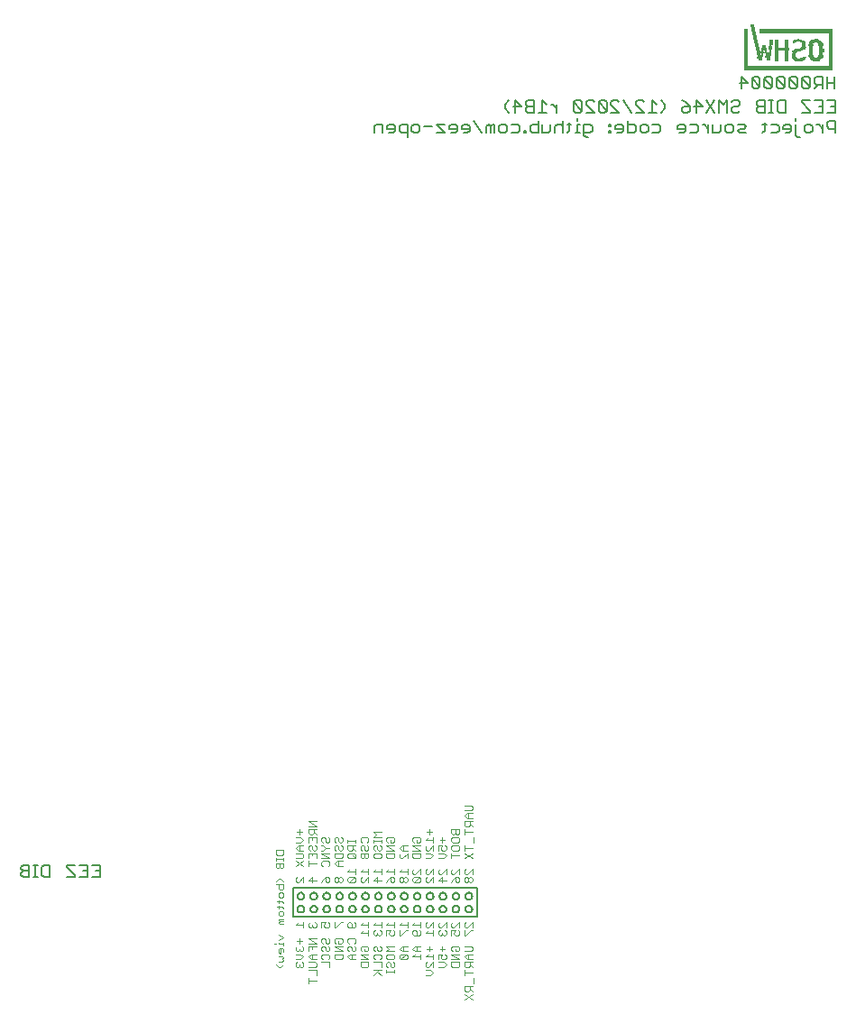
<source format=gbo>
G75*
%MOIN*%
%OFA0B0*%
%FSLAX25Y25*%
%IPPOS*%
%LPD*%
%AMOC8*
5,1,8,0,0,1.08239X$1,22.5*
%
%ADD10C,0.00500*%
%ADD11C,0.00300*%
%ADD12R,0.32700X0.00300*%
%ADD13R,0.01500X0.00300*%
%ADD14R,0.02700X0.00300*%
%ADD15R,0.03000X0.00300*%
%ADD16R,0.03600X0.00300*%
%ADD17R,0.04200X0.00300*%
%ADD18R,0.04800X0.00300*%
%ADD19R,0.04500X0.00300*%
%ADD20R,0.02100X0.00300*%
%ADD21R,0.01800X0.00300*%
%ADD22R,0.01200X0.00300*%
%ADD23R,0.00600X0.00300*%
%ADD24R,0.00900X0.00300*%
%ADD25R,0.02400X0.00300*%
%ADD26R,0.03300X0.00300*%
%ADD27R,0.05400X0.00300*%
%ADD28R,0.03900X0.00300*%
%ADD29R,0.27000X0.00300*%
%ADD30C,0.00600*%
D10*
X0359846Y0120520D02*
X0360597Y0119770D01*
X0362849Y0119770D01*
X0362849Y0124274D01*
X0360597Y0124274D01*
X0359846Y0123523D01*
X0359846Y0122772D01*
X0360597Y0122022D01*
X0362849Y0122022D01*
X0360597Y0122022D02*
X0359846Y0121271D01*
X0359846Y0120520D01*
X0364417Y0119770D02*
X0365918Y0119770D01*
X0365167Y0119770D02*
X0365167Y0124274D01*
X0364417Y0124274D02*
X0365918Y0124274D01*
X0367519Y0123523D02*
X0368270Y0124274D01*
X0370522Y0124274D01*
X0370522Y0119770D01*
X0368270Y0119770D01*
X0367519Y0120520D01*
X0367519Y0123523D01*
X0376727Y0123523D02*
X0379730Y0120520D01*
X0379730Y0119770D01*
X0376727Y0119770D01*
X0376727Y0123523D02*
X0376727Y0124274D01*
X0379730Y0124274D01*
X0381331Y0124274D02*
X0384334Y0124274D01*
X0384334Y0119770D01*
X0381331Y0119770D01*
X0382832Y0122022D02*
X0384334Y0122022D01*
X0385935Y0124274D02*
X0388938Y0124274D01*
X0388938Y0119770D01*
X0385935Y0119770D01*
X0387436Y0122022D02*
X0388938Y0122022D01*
X0460238Y0115720D02*
X0460238Y0105220D01*
X0528488Y0105220D01*
X0528488Y0115720D01*
X0460238Y0115720D01*
X0461988Y0112745D02*
X0461990Y0112815D01*
X0461996Y0112885D01*
X0462006Y0112954D01*
X0462019Y0113023D01*
X0462037Y0113091D01*
X0462058Y0113158D01*
X0462083Y0113223D01*
X0462112Y0113287D01*
X0462144Y0113350D01*
X0462180Y0113410D01*
X0462219Y0113468D01*
X0462261Y0113524D01*
X0462306Y0113578D01*
X0462354Y0113629D01*
X0462405Y0113677D01*
X0462459Y0113722D01*
X0462515Y0113764D01*
X0462573Y0113803D01*
X0462633Y0113839D01*
X0462696Y0113871D01*
X0462760Y0113900D01*
X0462825Y0113925D01*
X0462892Y0113946D01*
X0462960Y0113964D01*
X0463029Y0113977D01*
X0463098Y0113987D01*
X0463168Y0113993D01*
X0463238Y0113995D01*
X0463308Y0113993D01*
X0463378Y0113987D01*
X0463447Y0113977D01*
X0463516Y0113964D01*
X0463584Y0113946D01*
X0463651Y0113925D01*
X0463716Y0113900D01*
X0463780Y0113871D01*
X0463843Y0113839D01*
X0463903Y0113803D01*
X0463961Y0113764D01*
X0464017Y0113722D01*
X0464071Y0113677D01*
X0464122Y0113629D01*
X0464170Y0113578D01*
X0464215Y0113524D01*
X0464257Y0113468D01*
X0464296Y0113410D01*
X0464332Y0113350D01*
X0464364Y0113287D01*
X0464393Y0113223D01*
X0464418Y0113158D01*
X0464439Y0113091D01*
X0464457Y0113023D01*
X0464470Y0112954D01*
X0464480Y0112885D01*
X0464486Y0112815D01*
X0464488Y0112745D01*
X0464486Y0112675D01*
X0464480Y0112605D01*
X0464470Y0112536D01*
X0464457Y0112467D01*
X0464439Y0112399D01*
X0464418Y0112332D01*
X0464393Y0112267D01*
X0464364Y0112203D01*
X0464332Y0112140D01*
X0464296Y0112080D01*
X0464257Y0112022D01*
X0464215Y0111966D01*
X0464170Y0111912D01*
X0464122Y0111861D01*
X0464071Y0111813D01*
X0464017Y0111768D01*
X0463961Y0111726D01*
X0463903Y0111687D01*
X0463843Y0111651D01*
X0463780Y0111619D01*
X0463716Y0111590D01*
X0463651Y0111565D01*
X0463584Y0111544D01*
X0463516Y0111526D01*
X0463447Y0111513D01*
X0463378Y0111503D01*
X0463308Y0111497D01*
X0463238Y0111495D01*
X0463168Y0111497D01*
X0463098Y0111503D01*
X0463029Y0111513D01*
X0462960Y0111526D01*
X0462892Y0111544D01*
X0462825Y0111565D01*
X0462760Y0111590D01*
X0462696Y0111619D01*
X0462633Y0111651D01*
X0462573Y0111687D01*
X0462515Y0111726D01*
X0462459Y0111768D01*
X0462405Y0111813D01*
X0462354Y0111861D01*
X0462306Y0111912D01*
X0462261Y0111966D01*
X0462219Y0112022D01*
X0462180Y0112080D01*
X0462144Y0112140D01*
X0462112Y0112203D01*
X0462083Y0112267D01*
X0462058Y0112332D01*
X0462037Y0112399D01*
X0462019Y0112467D01*
X0462006Y0112536D01*
X0461996Y0112605D01*
X0461990Y0112675D01*
X0461988Y0112745D01*
X0461988Y0107970D02*
X0461990Y0108040D01*
X0461996Y0108110D01*
X0462006Y0108179D01*
X0462019Y0108248D01*
X0462037Y0108316D01*
X0462058Y0108383D01*
X0462083Y0108448D01*
X0462112Y0108512D01*
X0462144Y0108575D01*
X0462180Y0108635D01*
X0462219Y0108693D01*
X0462261Y0108749D01*
X0462306Y0108803D01*
X0462354Y0108854D01*
X0462405Y0108902D01*
X0462459Y0108947D01*
X0462515Y0108989D01*
X0462573Y0109028D01*
X0462633Y0109064D01*
X0462696Y0109096D01*
X0462760Y0109125D01*
X0462825Y0109150D01*
X0462892Y0109171D01*
X0462960Y0109189D01*
X0463029Y0109202D01*
X0463098Y0109212D01*
X0463168Y0109218D01*
X0463238Y0109220D01*
X0463308Y0109218D01*
X0463378Y0109212D01*
X0463447Y0109202D01*
X0463516Y0109189D01*
X0463584Y0109171D01*
X0463651Y0109150D01*
X0463716Y0109125D01*
X0463780Y0109096D01*
X0463843Y0109064D01*
X0463903Y0109028D01*
X0463961Y0108989D01*
X0464017Y0108947D01*
X0464071Y0108902D01*
X0464122Y0108854D01*
X0464170Y0108803D01*
X0464215Y0108749D01*
X0464257Y0108693D01*
X0464296Y0108635D01*
X0464332Y0108575D01*
X0464364Y0108512D01*
X0464393Y0108448D01*
X0464418Y0108383D01*
X0464439Y0108316D01*
X0464457Y0108248D01*
X0464470Y0108179D01*
X0464480Y0108110D01*
X0464486Y0108040D01*
X0464488Y0107970D01*
X0464486Y0107900D01*
X0464480Y0107830D01*
X0464470Y0107761D01*
X0464457Y0107692D01*
X0464439Y0107624D01*
X0464418Y0107557D01*
X0464393Y0107492D01*
X0464364Y0107428D01*
X0464332Y0107365D01*
X0464296Y0107305D01*
X0464257Y0107247D01*
X0464215Y0107191D01*
X0464170Y0107137D01*
X0464122Y0107086D01*
X0464071Y0107038D01*
X0464017Y0106993D01*
X0463961Y0106951D01*
X0463903Y0106912D01*
X0463843Y0106876D01*
X0463780Y0106844D01*
X0463716Y0106815D01*
X0463651Y0106790D01*
X0463584Y0106769D01*
X0463516Y0106751D01*
X0463447Y0106738D01*
X0463378Y0106728D01*
X0463308Y0106722D01*
X0463238Y0106720D01*
X0463168Y0106722D01*
X0463098Y0106728D01*
X0463029Y0106738D01*
X0462960Y0106751D01*
X0462892Y0106769D01*
X0462825Y0106790D01*
X0462760Y0106815D01*
X0462696Y0106844D01*
X0462633Y0106876D01*
X0462573Y0106912D01*
X0462515Y0106951D01*
X0462459Y0106993D01*
X0462405Y0107038D01*
X0462354Y0107086D01*
X0462306Y0107137D01*
X0462261Y0107191D01*
X0462219Y0107247D01*
X0462180Y0107305D01*
X0462144Y0107365D01*
X0462112Y0107428D01*
X0462083Y0107492D01*
X0462058Y0107557D01*
X0462037Y0107624D01*
X0462019Y0107692D01*
X0462006Y0107761D01*
X0461996Y0107830D01*
X0461990Y0107900D01*
X0461988Y0107970D01*
X0466763Y0107970D02*
X0466765Y0108040D01*
X0466771Y0108110D01*
X0466781Y0108179D01*
X0466794Y0108248D01*
X0466812Y0108316D01*
X0466833Y0108383D01*
X0466858Y0108448D01*
X0466887Y0108512D01*
X0466919Y0108575D01*
X0466955Y0108635D01*
X0466994Y0108693D01*
X0467036Y0108749D01*
X0467081Y0108803D01*
X0467129Y0108854D01*
X0467180Y0108902D01*
X0467234Y0108947D01*
X0467290Y0108989D01*
X0467348Y0109028D01*
X0467408Y0109064D01*
X0467471Y0109096D01*
X0467535Y0109125D01*
X0467600Y0109150D01*
X0467667Y0109171D01*
X0467735Y0109189D01*
X0467804Y0109202D01*
X0467873Y0109212D01*
X0467943Y0109218D01*
X0468013Y0109220D01*
X0468083Y0109218D01*
X0468153Y0109212D01*
X0468222Y0109202D01*
X0468291Y0109189D01*
X0468359Y0109171D01*
X0468426Y0109150D01*
X0468491Y0109125D01*
X0468555Y0109096D01*
X0468618Y0109064D01*
X0468678Y0109028D01*
X0468736Y0108989D01*
X0468792Y0108947D01*
X0468846Y0108902D01*
X0468897Y0108854D01*
X0468945Y0108803D01*
X0468990Y0108749D01*
X0469032Y0108693D01*
X0469071Y0108635D01*
X0469107Y0108575D01*
X0469139Y0108512D01*
X0469168Y0108448D01*
X0469193Y0108383D01*
X0469214Y0108316D01*
X0469232Y0108248D01*
X0469245Y0108179D01*
X0469255Y0108110D01*
X0469261Y0108040D01*
X0469263Y0107970D01*
X0469261Y0107900D01*
X0469255Y0107830D01*
X0469245Y0107761D01*
X0469232Y0107692D01*
X0469214Y0107624D01*
X0469193Y0107557D01*
X0469168Y0107492D01*
X0469139Y0107428D01*
X0469107Y0107365D01*
X0469071Y0107305D01*
X0469032Y0107247D01*
X0468990Y0107191D01*
X0468945Y0107137D01*
X0468897Y0107086D01*
X0468846Y0107038D01*
X0468792Y0106993D01*
X0468736Y0106951D01*
X0468678Y0106912D01*
X0468618Y0106876D01*
X0468555Y0106844D01*
X0468491Y0106815D01*
X0468426Y0106790D01*
X0468359Y0106769D01*
X0468291Y0106751D01*
X0468222Y0106738D01*
X0468153Y0106728D01*
X0468083Y0106722D01*
X0468013Y0106720D01*
X0467943Y0106722D01*
X0467873Y0106728D01*
X0467804Y0106738D01*
X0467735Y0106751D01*
X0467667Y0106769D01*
X0467600Y0106790D01*
X0467535Y0106815D01*
X0467471Y0106844D01*
X0467408Y0106876D01*
X0467348Y0106912D01*
X0467290Y0106951D01*
X0467234Y0106993D01*
X0467180Y0107038D01*
X0467129Y0107086D01*
X0467081Y0107137D01*
X0467036Y0107191D01*
X0466994Y0107247D01*
X0466955Y0107305D01*
X0466919Y0107365D01*
X0466887Y0107428D01*
X0466858Y0107492D01*
X0466833Y0107557D01*
X0466812Y0107624D01*
X0466794Y0107692D01*
X0466781Y0107761D01*
X0466771Y0107830D01*
X0466765Y0107900D01*
X0466763Y0107970D01*
X0466763Y0112745D02*
X0466765Y0112815D01*
X0466771Y0112885D01*
X0466781Y0112954D01*
X0466794Y0113023D01*
X0466812Y0113091D01*
X0466833Y0113158D01*
X0466858Y0113223D01*
X0466887Y0113287D01*
X0466919Y0113350D01*
X0466955Y0113410D01*
X0466994Y0113468D01*
X0467036Y0113524D01*
X0467081Y0113578D01*
X0467129Y0113629D01*
X0467180Y0113677D01*
X0467234Y0113722D01*
X0467290Y0113764D01*
X0467348Y0113803D01*
X0467408Y0113839D01*
X0467471Y0113871D01*
X0467535Y0113900D01*
X0467600Y0113925D01*
X0467667Y0113946D01*
X0467735Y0113964D01*
X0467804Y0113977D01*
X0467873Y0113987D01*
X0467943Y0113993D01*
X0468013Y0113995D01*
X0468083Y0113993D01*
X0468153Y0113987D01*
X0468222Y0113977D01*
X0468291Y0113964D01*
X0468359Y0113946D01*
X0468426Y0113925D01*
X0468491Y0113900D01*
X0468555Y0113871D01*
X0468618Y0113839D01*
X0468678Y0113803D01*
X0468736Y0113764D01*
X0468792Y0113722D01*
X0468846Y0113677D01*
X0468897Y0113629D01*
X0468945Y0113578D01*
X0468990Y0113524D01*
X0469032Y0113468D01*
X0469071Y0113410D01*
X0469107Y0113350D01*
X0469139Y0113287D01*
X0469168Y0113223D01*
X0469193Y0113158D01*
X0469214Y0113091D01*
X0469232Y0113023D01*
X0469245Y0112954D01*
X0469255Y0112885D01*
X0469261Y0112815D01*
X0469263Y0112745D01*
X0469261Y0112675D01*
X0469255Y0112605D01*
X0469245Y0112536D01*
X0469232Y0112467D01*
X0469214Y0112399D01*
X0469193Y0112332D01*
X0469168Y0112267D01*
X0469139Y0112203D01*
X0469107Y0112140D01*
X0469071Y0112080D01*
X0469032Y0112022D01*
X0468990Y0111966D01*
X0468945Y0111912D01*
X0468897Y0111861D01*
X0468846Y0111813D01*
X0468792Y0111768D01*
X0468736Y0111726D01*
X0468678Y0111687D01*
X0468618Y0111651D01*
X0468555Y0111619D01*
X0468491Y0111590D01*
X0468426Y0111565D01*
X0468359Y0111544D01*
X0468291Y0111526D01*
X0468222Y0111513D01*
X0468153Y0111503D01*
X0468083Y0111497D01*
X0468013Y0111495D01*
X0467943Y0111497D01*
X0467873Y0111503D01*
X0467804Y0111513D01*
X0467735Y0111526D01*
X0467667Y0111544D01*
X0467600Y0111565D01*
X0467535Y0111590D01*
X0467471Y0111619D01*
X0467408Y0111651D01*
X0467348Y0111687D01*
X0467290Y0111726D01*
X0467234Y0111768D01*
X0467180Y0111813D01*
X0467129Y0111861D01*
X0467081Y0111912D01*
X0467036Y0111966D01*
X0466994Y0112022D01*
X0466955Y0112080D01*
X0466919Y0112140D01*
X0466887Y0112203D01*
X0466858Y0112267D01*
X0466833Y0112332D01*
X0466812Y0112399D01*
X0466794Y0112467D01*
X0466781Y0112536D01*
X0466771Y0112605D01*
X0466765Y0112675D01*
X0466763Y0112745D01*
X0471538Y0112745D02*
X0471540Y0112815D01*
X0471546Y0112885D01*
X0471556Y0112954D01*
X0471569Y0113023D01*
X0471587Y0113091D01*
X0471608Y0113158D01*
X0471633Y0113223D01*
X0471662Y0113287D01*
X0471694Y0113350D01*
X0471730Y0113410D01*
X0471769Y0113468D01*
X0471811Y0113524D01*
X0471856Y0113578D01*
X0471904Y0113629D01*
X0471955Y0113677D01*
X0472009Y0113722D01*
X0472065Y0113764D01*
X0472123Y0113803D01*
X0472183Y0113839D01*
X0472246Y0113871D01*
X0472310Y0113900D01*
X0472375Y0113925D01*
X0472442Y0113946D01*
X0472510Y0113964D01*
X0472579Y0113977D01*
X0472648Y0113987D01*
X0472718Y0113993D01*
X0472788Y0113995D01*
X0472858Y0113993D01*
X0472928Y0113987D01*
X0472997Y0113977D01*
X0473066Y0113964D01*
X0473134Y0113946D01*
X0473201Y0113925D01*
X0473266Y0113900D01*
X0473330Y0113871D01*
X0473393Y0113839D01*
X0473453Y0113803D01*
X0473511Y0113764D01*
X0473567Y0113722D01*
X0473621Y0113677D01*
X0473672Y0113629D01*
X0473720Y0113578D01*
X0473765Y0113524D01*
X0473807Y0113468D01*
X0473846Y0113410D01*
X0473882Y0113350D01*
X0473914Y0113287D01*
X0473943Y0113223D01*
X0473968Y0113158D01*
X0473989Y0113091D01*
X0474007Y0113023D01*
X0474020Y0112954D01*
X0474030Y0112885D01*
X0474036Y0112815D01*
X0474038Y0112745D01*
X0474036Y0112675D01*
X0474030Y0112605D01*
X0474020Y0112536D01*
X0474007Y0112467D01*
X0473989Y0112399D01*
X0473968Y0112332D01*
X0473943Y0112267D01*
X0473914Y0112203D01*
X0473882Y0112140D01*
X0473846Y0112080D01*
X0473807Y0112022D01*
X0473765Y0111966D01*
X0473720Y0111912D01*
X0473672Y0111861D01*
X0473621Y0111813D01*
X0473567Y0111768D01*
X0473511Y0111726D01*
X0473453Y0111687D01*
X0473393Y0111651D01*
X0473330Y0111619D01*
X0473266Y0111590D01*
X0473201Y0111565D01*
X0473134Y0111544D01*
X0473066Y0111526D01*
X0472997Y0111513D01*
X0472928Y0111503D01*
X0472858Y0111497D01*
X0472788Y0111495D01*
X0472718Y0111497D01*
X0472648Y0111503D01*
X0472579Y0111513D01*
X0472510Y0111526D01*
X0472442Y0111544D01*
X0472375Y0111565D01*
X0472310Y0111590D01*
X0472246Y0111619D01*
X0472183Y0111651D01*
X0472123Y0111687D01*
X0472065Y0111726D01*
X0472009Y0111768D01*
X0471955Y0111813D01*
X0471904Y0111861D01*
X0471856Y0111912D01*
X0471811Y0111966D01*
X0471769Y0112022D01*
X0471730Y0112080D01*
X0471694Y0112140D01*
X0471662Y0112203D01*
X0471633Y0112267D01*
X0471608Y0112332D01*
X0471587Y0112399D01*
X0471569Y0112467D01*
X0471556Y0112536D01*
X0471546Y0112605D01*
X0471540Y0112675D01*
X0471538Y0112745D01*
X0471538Y0107970D02*
X0471540Y0108040D01*
X0471546Y0108110D01*
X0471556Y0108179D01*
X0471569Y0108248D01*
X0471587Y0108316D01*
X0471608Y0108383D01*
X0471633Y0108448D01*
X0471662Y0108512D01*
X0471694Y0108575D01*
X0471730Y0108635D01*
X0471769Y0108693D01*
X0471811Y0108749D01*
X0471856Y0108803D01*
X0471904Y0108854D01*
X0471955Y0108902D01*
X0472009Y0108947D01*
X0472065Y0108989D01*
X0472123Y0109028D01*
X0472183Y0109064D01*
X0472246Y0109096D01*
X0472310Y0109125D01*
X0472375Y0109150D01*
X0472442Y0109171D01*
X0472510Y0109189D01*
X0472579Y0109202D01*
X0472648Y0109212D01*
X0472718Y0109218D01*
X0472788Y0109220D01*
X0472858Y0109218D01*
X0472928Y0109212D01*
X0472997Y0109202D01*
X0473066Y0109189D01*
X0473134Y0109171D01*
X0473201Y0109150D01*
X0473266Y0109125D01*
X0473330Y0109096D01*
X0473393Y0109064D01*
X0473453Y0109028D01*
X0473511Y0108989D01*
X0473567Y0108947D01*
X0473621Y0108902D01*
X0473672Y0108854D01*
X0473720Y0108803D01*
X0473765Y0108749D01*
X0473807Y0108693D01*
X0473846Y0108635D01*
X0473882Y0108575D01*
X0473914Y0108512D01*
X0473943Y0108448D01*
X0473968Y0108383D01*
X0473989Y0108316D01*
X0474007Y0108248D01*
X0474020Y0108179D01*
X0474030Y0108110D01*
X0474036Y0108040D01*
X0474038Y0107970D01*
X0474036Y0107900D01*
X0474030Y0107830D01*
X0474020Y0107761D01*
X0474007Y0107692D01*
X0473989Y0107624D01*
X0473968Y0107557D01*
X0473943Y0107492D01*
X0473914Y0107428D01*
X0473882Y0107365D01*
X0473846Y0107305D01*
X0473807Y0107247D01*
X0473765Y0107191D01*
X0473720Y0107137D01*
X0473672Y0107086D01*
X0473621Y0107038D01*
X0473567Y0106993D01*
X0473511Y0106951D01*
X0473453Y0106912D01*
X0473393Y0106876D01*
X0473330Y0106844D01*
X0473266Y0106815D01*
X0473201Y0106790D01*
X0473134Y0106769D01*
X0473066Y0106751D01*
X0472997Y0106738D01*
X0472928Y0106728D01*
X0472858Y0106722D01*
X0472788Y0106720D01*
X0472718Y0106722D01*
X0472648Y0106728D01*
X0472579Y0106738D01*
X0472510Y0106751D01*
X0472442Y0106769D01*
X0472375Y0106790D01*
X0472310Y0106815D01*
X0472246Y0106844D01*
X0472183Y0106876D01*
X0472123Y0106912D01*
X0472065Y0106951D01*
X0472009Y0106993D01*
X0471955Y0107038D01*
X0471904Y0107086D01*
X0471856Y0107137D01*
X0471811Y0107191D01*
X0471769Y0107247D01*
X0471730Y0107305D01*
X0471694Y0107365D01*
X0471662Y0107428D01*
X0471633Y0107492D01*
X0471608Y0107557D01*
X0471587Y0107624D01*
X0471569Y0107692D01*
X0471556Y0107761D01*
X0471546Y0107830D01*
X0471540Y0107900D01*
X0471538Y0107970D01*
X0476313Y0107970D02*
X0476315Y0108040D01*
X0476321Y0108110D01*
X0476331Y0108179D01*
X0476344Y0108248D01*
X0476362Y0108316D01*
X0476383Y0108383D01*
X0476408Y0108448D01*
X0476437Y0108512D01*
X0476469Y0108575D01*
X0476505Y0108635D01*
X0476544Y0108693D01*
X0476586Y0108749D01*
X0476631Y0108803D01*
X0476679Y0108854D01*
X0476730Y0108902D01*
X0476784Y0108947D01*
X0476840Y0108989D01*
X0476898Y0109028D01*
X0476958Y0109064D01*
X0477021Y0109096D01*
X0477085Y0109125D01*
X0477150Y0109150D01*
X0477217Y0109171D01*
X0477285Y0109189D01*
X0477354Y0109202D01*
X0477423Y0109212D01*
X0477493Y0109218D01*
X0477563Y0109220D01*
X0477633Y0109218D01*
X0477703Y0109212D01*
X0477772Y0109202D01*
X0477841Y0109189D01*
X0477909Y0109171D01*
X0477976Y0109150D01*
X0478041Y0109125D01*
X0478105Y0109096D01*
X0478168Y0109064D01*
X0478228Y0109028D01*
X0478286Y0108989D01*
X0478342Y0108947D01*
X0478396Y0108902D01*
X0478447Y0108854D01*
X0478495Y0108803D01*
X0478540Y0108749D01*
X0478582Y0108693D01*
X0478621Y0108635D01*
X0478657Y0108575D01*
X0478689Y0108512D01*
X0478718Y0108448D01*
X0478743Y0108383D01*
X0478764Y0108316D01*
X0478782Y0108248D01*
X0478795Y0108179D01*
X0478805Y0108110D01*
X0478811Y0108040D01*
X0478813Y0107970D01*
X0478811Y0107900D01*
X0478805Y0107830D01*
X0478795Y0107761D01*
X0478782Y0107692D01*
X0478764Y0107624D01*
X0478743Y0107557D01*
X0478718Y0107492D01*
X0478689Y0107428D01*
X0478657Y0107365D01*
X0478621Y0107305D01*
X0478582Y0107247D01*
X0478540Y0107191D01*
X0478495Y0107137D01*
X0478447Y0107086D01*
X0478396Y0107038D01*
X0478342Y0106993D01*
X0478286Y0106951D01*
X0478228Y0106912D01*
X0478168Y0106876D01*
X0478105Y0106844D01*
X0478041Y0106815D01*
X0477976Y0106790D01*
X0477909Y0106769D01*
X0477841Y0106751D01*
X0477772Y0106738D01*
X0477703Y0106728D01*
X0477633Y0106722D01*
X0477563Y0106720D01*
X0477493Y0106722D01*
X0477423Y0106728D01*
X0477354Y0106738D01*
X0477285Y0106751D01*
X0477217Y0106769D01*
X0477150Y0106790D01*
X0477085Y0106815D01*
X0477021Y0106844D01*
X0476958Y0106876D01*
X0476898Y0106912D01*
X0476840Y0106951D01*
X0476784Y0106993D01*
X0476730Y0107038D01*
X0476679Y0107086D01*
X0476631Y0107137D01*
X0476586Y0107191D01*
X0476544Y0107247D01*
X0476505Y0107305D01*
X0476469Y0107365D01*
X0476437Y0107428D01*
X0476408Y0107492D01*
X0476383Y0107557D01*
X0476362Y0107624D01*
X0476344Y0107692D01*
X0476331Y0107761D01*
X0476321Y0107830D01*
X0476315Y0107900D01*
X0476313Y0107970D01*
X0476313Y0112745D02*
X0476315Y0112815D01*
X0476321Y0112885D01*
X0476331Y0112954D01*
X0476344Y0113023D01*
X0476362Y0113091D01*
X0476383Y0113158D01*
X0476408Y0113223D01*
X0476437Y0113287D01*
X0476469Y0113350D01*
X0476505Y0113410D01*
X0476544Y0113468D01*
X0476586Y0113524D01*
X0476631Y0113578D01*
X0476679Y0113629D01*
X0476730Y0113677D01*
X0476784Y0113722D01*
X0476840Y0113764D01*
X0476898Y0113803D01*
X0476958Y0113839D01*
X0477021Y0113871D01*
X0477085Y0113900D01*
X0477150Y0113925D01*
X0477217Y0113946D01*
X0477285Y0113964D01*
X0477354Y0113977D01*
X0477423Y0113987D01*
X0477493Y0113993D01*
X0477563Y0113995D01*
X0477633Y0113993D01*
X0477703Y0113987D01*
X0477772Y0113977D01*
X0477841Y0113964D01*
X0477909Y0113946D01*
X0477976Y0113925D01*
X0478041Y0113900D01*
X0478105Y0113871D01*
X0478168Y0113839D01*
X0478228Y0113803D01*
X0478286Y0113764D01*
X0478342Y0113722D01*
X0478396Y0113677D01*
X0478447Y0113629D01*
X0478495Y0113578D01*
X0478540Y0113524D01*
X0478582Y0113468D01*
X0478621Y0113410D01*
X0478657Y0113350D01*
X0478689Y0113287D01*
X0478718Y0113223D01*
X0478743Y0113158D01*
X0478764Y0113091D01*
X0478782Y0113023D01*
X0478795Y0112954D01*
X0478805Y0112885D01*
X0478811Y0112815D01*
X0478813Y0112745D01*
X0478811Y0112675D01*
X0478805Y0112605D01*
X0478795Y0112536D01*
X0478782Y0112467D01*
X0478764Y0112399D01*
X0478743Y0112332D01*
X0478718Y0112267D01*
X0478689Y0112203D01*
X0478657Y0112140D01*
X0478621Y0112080D01*
X0478582Y0112022D01*
X0478540Y0111966D01*
X0478495Y0111912D01*
X0478447Y0111861D01*
X0478396Y0111813D01*
X0478342Y0111768D01*
X0478286Y0111726D01*
X0478228Y0111687D01*
X0478168Y0111651D01*
X0478105Y0111619D01*
X0478041Y0111590D01*
X0477976Y0111565D01*
X0477909Y0111544D01*
X0477841Y0111526D01*
X0477772Y0111513D01*
X0477703Y0111503D01*
X0477633Y0111497D01*
X0477563Y0111495D01*
X0477493Y0111497D01*
X0477423Y0111503D01*
X0477354Y0111513D01*
X0477285Y0111526D01*
X0477217Y0111544D01*
X0477150Y0111565D01*
X0477085Y0111590D01*
X0477021Y0111619D01*
X0476958Y0111651D01*
X0476898Y0111687D01*
X0476840Y0111726D01*
X0476784Y0111768D01*
X0476730Y0111813D01*
X0476679Y0111861D01*
X0476631Y0111912D01*
X0476586Y0111966D01*
X0476544Y0112022D01*
X0476505Y0112080D01*
X0476469Y0112140D01*
X0476437Y0112203D01*
X0476408Y0112267D01*
X0476383Y0112332D01*
X0476362Y0112399D01*
X0476344Y0112467D01*
X0476331Y0112536D01*
X0476321Y0112605D01*
X0476315Y0112675D01*
X0476313Y0112745D01*
X0481088Y0112745D02*
X0481090Y0112815D01*
X0481096Y0112885D01*
X0481106Y0112954D01*
X0481119Y0113023D01*
X0481137Y0113091D01*
X0481158Y0113158D01*
X0481183Y0113223D01*
X0481212Y0113287D01*
X0481244Y0113350D01*
X0481280Y0113410D01*
X0481319Y0113468D01*
X0481361Y0113524D01*
X0481406Y0113578D01*
X0481454Y0113629D01*
X0481505Y0113677D01*
X0481559Y0113722D01*
X0481615Y0113764D01*
X0481673Y0113803D01*
X0481733Y0113839D01*
X0481796Y0113871D01*
X0481860Y0113900D01*
X0481925Y0113925D01*
X0481992Y0113946D01*
X0482060Y0113964D01*
X0482129Y0113977D01*
X0482198Y0113987D01*
X0482268Y0113993D01*
X0482338Y0113995D01*
X0482408Y0113993D01*
X0482478Y0113987D01*
X0482547Y0113977D01*
X0482616Y0113964D01*
X0482684Y0113946D01*
X0482751Y0113925D01*
X0482816Y0113900D01*
X0482880Y0113871D01*
X0482943Y0113839D01*
X0483003Y0113803D01*
X0483061Y0113764D01*
X0483117Y0113722D01*
X0483171Y0113677D01*
X0483222Y0113629D01*
X0483270Y0113578D01*
X0483315Y0113524D01*
X0483357Y0113468D01*
X0483396Y0113410D01*
X0483432Y0113350D01*
X0483464Y0113287D01*
X0483493Y0113223D01*
X0483518Y0113158D01*
X0483539Y0113091D01*
X0483557Y0113023D01*
X0483570Y0112954D01*
X0483580Y0112885D01*
X0483586Y0112815D01*
X0483588Y0112745D01*
X0483586Y0112675D01*
X0483580Y0112605D01*
X0483570Y0112536D01*
X0483557Y0112467D01*
X0483539Y0112399D01*
X0483518Y0112332D01*
X0483493Y0112267D01*
X0483464Y0112203D01*
X0483432Y0112140D01*
X0483396Y0112080D01*
X0483357Y0112022D01*
X0483315Y0111966D01*
X0483270Y0111912D01*
X0483222Y0111861D01*
X0483171Y0111813D01*
X0483117Y0111768D01*
X0483061Y0111726D01*
X0483003Y0111687D01*
X0482943Y0111651D01*
X0482880Y0111619D01*
X0482816Y0111590D01*
X0482751Y0111565D01*
X0482684Y0111544D01*
X0482616Y0111526D01*
X0482547Y0111513D01*
X0482478Y0111503D01*
X0482408Y0111497D01*
X0482338Y0111495D01*
X0482268Y0111497D01*
X0482198Y0111503D01*
X0482129Y0111513D01*
X0482060Y0111526D01*
X0481992Y0111544D01*
X0481925Y0111565D01*
X0481860Y0111590D01*
X0481796Y0111619D01*
X0481733Y0111651D01*
X0481673Y0111687D01*
X0481615Y0111726D01*
X0481559Y0111768D01*
X0481505Y0111813D01*
X0481454Y0111861D01*
X0481406Y0111912D01*
X0481361Y0111966D01*
X0481319Y0112022D01*
X0481280Y0112080D01*
X0481244Y0112140D01*
X0481212Y0112203D01*
X0481183Y0112267D01*
X0481158Y0112332D01*
X0481137Y0112399D01*
X0481119Y0112467D01*
X0481106Y0112536D01*
X0481096Y0112605D01*
X0481090Y0112675D01*
X0481088Y0112745D01*
X0481088Y0107970D02*
X0481090Y0108040D01*
X0481096Y0108110D01*
X0481106Y0108179D01*
X0481119Y0108248D01*
X0481137Y0108316D01*
X0481158Y0108383D01*
X0481183Y0108448D01*
X0481212Y0108512D01*
X0481244Y0108575D01*
X0481280Y0108635D01*
X0481319Y0108693D01*
X0481361Y0108749D01*
X0481406Y0108803D01*
X0481454Y0108854D01*
X0481505Y0108902D01*
X0481559Y0108947D01*
X0481615Y0108989D01*
X0481673Y0109028D01*
X0481733Y0109064D01*
X0481796Y0109096D01*
X0481860Y0109125D01*
X0481925Y0109150D01*
X0481992Y0109171D01*
X0482060Y0109189D01*
X0482129Y0109202D01*
X0482198Y0109212D01*
X0482268Y0109218D01*
X0482338Y0109220D01*
X0482408Y0109218D01*
X0482478Y0109212D01*
X0482547Y0109202D01*
X0482616Y0109189D01*
X0482684Y0109171D01*
X0482751Y0109150D01*
X0482816Y0109125D01*
X0482880Y0109096D01*
X0482943Y0109064D01*
X0483003Y0109028D01*
X0483061Y0108989D01*
X0483117Y0108947D01*
X0483171Y0108902D01*
X0483222Y0108854D01*
X0483270Y0108803D01*
X0483315Y0108749D01*
X0483357Y0108693D01*
X0483396Y0108635D01*
X0483432Y0108575D01*
X0483464Y0108512D01*
X0483493Y0108448D01*
X0483518Y0108383D01*
X0483539Y0108316D01*
X0483557Y0108248D01*
X0483570Y0108179D01*
X0483580Y0108110D01*
X0483586Y0108040D01*
X0483588Y0107970D01*
X0483586Y0107900D01*
X0483580Y0107830D01*
X0483570Y0107761D01*
X0483557Y0107692D01*
X0483539Y0107624D01*
X0483518Y0107557D01*
X0483493Y0107492D01*
X0483464Y0107428D01*
X0483432Y0107365D01*
X0483396Y0107305D01*
X0483357Y0107247D01*
X0483315Y0107191D01*
X0483270Y0107137D01*
X0483222Y0107086D01*
X0483171Y0107038D01*
X0483117Y0106993D01*
X0483061Y0106951D01*
X0483003Y0106912D01*
X0482943Y0106876D01*
X0482880Y0106844D01*
X0482816Y0106815D01*
X0482751Y0106790D01*
X0482684Y0106769D01*
X0482616Y0106751D01*
X0482547Y0106738D01*
X0482478Y0106728D01*
X0482408Y0106722D01*
X0482338Y0106720D01*
X0482268Y0106722D01*
X0482198Y0106728D01*
X0482129Y0106738D01*
X0482060Y0106751D01*
X0481992Y0106769D01*
X0481925Y0106790D01*
X0481860Y0106815D01*
X0481796Y0106844D01*
X0481733Y0106876D01*
X0481673Y0106912D01*
X0481615Y0106951D01*
X0481559Y0106993D01*
X0481505Y0107038D01*
X0481454Y0107086D01*
X0481406Y0107137D01*
X0481361Y0107191D01*
X0481319Y0107247D01*
X0481280Y0107305D01*
X0481244Y0107365D01*
X0481212Y0107428D01*
X0481183Y0107492D01*
X0481158Y0107557D01*
X0481137Y0107624D01*
X0481119Y0107692D01*
X0481106Y0107761D01*
X0481096Y0107830D01*
X0481090Y0107900D01*
X0481088Y0107970D01*
X0485863Y0107970D02*
X0485865Y0108040D01*
X0485871Y0108110D01*
X0485881Y0108179D01*
X0485894Y0108248D01*
X0485912Y0108316D01*
X0485933Y0108383D01*
X0485958Y0108448D01*
X0485987Y0108512D01*
X0486019Y0108575D01*
X0486055Y0108635D01*
X0486094Y0108693D01*
X0486136Y0108749D01*
X0486181Y0108803D01*
X0486229Y0108854D01*
X0486280Y0108902D01*
X0486334Y0108947D01*
X0486390Y0108989D01*
X0486448Y0109028D01*
X0486508Y0109064D01*
X0486571Y0109096D01*
X0486635Y0109125D01*
X0486700Y0109150D01*
X0486767Y0109171D01*
X0486835Y0109189D01*
X0486904Y0109202D01*
X0486973Y0109212D01*
X0487043Y0109218D01*
X0487113Y0109220D01*
X0487183Y0109218D01*
X0487253Y0109212D01*
X0487322Y0109202D01*
X0487391Y0109189D01*
X0487459Y0109171D01*
X0487526Y0109150D01*
X0487591Y0109125D01*
X0487655Y0109096D01*
X0487718Y0109064D01*
X0487778Y0109028D01*
X0487836Y0108989D01*
X0487892Y0108947D01*
X0487946Y0108902D01*
X0487997Y0108854D01*
X0488045Y0108803D01*
X0488090Y0108749D01*
X0488132Y0108693D01*
X0488171Y0108635D01*
X0488207Y0108575D01*
X0488239Y0108512D01*
X0488268Y0108448D01*
X0488293Y0108383D01*
X0488314Y0108316D01*
X0488332Y0108248D01*
X0488345Y0108179D01*
X0488355Y0108110D01*
X0488361Y0108040D01*
X0488363Y0107970D01*
X0488361Y0107900D01*
X0488355Y0107830D01*
X0488345Y0107761D01*
X0488332Y0107692D01*
X0488314Y0107624D01*
X0488293Y0107557D01*
X0488268Y0107492D01*
X0488239Y0107428D01*
X0488207Y0107365D01*
X0488171Y0107305D01*
X0488132Y0107247D01*
X0488090Y0107191D01*
X0488045Y0107137D01*
X0487997Y0107086D01*
X0487946Y0107038D01*
X0487892Y0106993D01*
X0487836Y0106951D01*
X0487778Y0106912D01*
X0487718Y0106876D01*
X0487655Y0106844D01*
X0487591Y0106815D01*
X0487526Y0106790D01*
X0487459Y0106769D01*
X0487391Y0106751D01*
X0487322Y0106738D01*
X0487253Y0106728D01*
X0487183Y0106722D01*
X0487113Y0106720D01*
X0487043Y0106722D01*
X0486973Y0106728D01*
X0486904Y0106738D01*
X0486835Y0106751D01*
X0486767Y0106769D01*
X0486700Y0106790D01*
X0486635Y0106815D01*
X0486571Y0106844D01*
X0486508Y0106876D01*
X0486448Y0106912D01*
X0486390Y0106951D01*
X0486334Y0106993D01*
X0486280Y0107038D01*
X0486229Y0107086D01*
X0486181Y0107137D01*
X0486136Y0107191D01*
X0486094Y0107247D01*
X0486055Y0107305D01*
X0486019Y0107365D01*
X0485987Y0107428D01*
X0485958Y0107492D01*
X0485933Y0107557D01*
X0485912Y0107624D01*
X0485894Y0107692D01*
X0485881Y0107761D01*
X0485871Y0107830D01*
X0485865Y0107900D01*
X0485863Y0107970D01*
X0485863Y0112745D02*
X0485865Y0112815D01*
X0485871Y0112885D01*
X0485881Y0112954D01*
X0485894Y0113023D01*
X0485912Y0113091D01*
X0485933Y0113158D01*
X0485958Y0113223D01*
X0485987Y0113287D01*
X0486019Y0113350D01*
X0486055Y0113410D01*
X0486094Y0113468D01*
X0486136Y0113524D01*
X0486181Y0113578D01*
X0486229Y0113629D01*
X0486280Y0113677D01*
X0486334Y0113722D01*
X0486390Y0113764D01*
X0486448Y0113803D01*
X0486508Y0113839D01*
X0486571Y0113871D01*
X0486635Y0113900D01*
X0486700Y0113925D01*
X0486767Y0113946D01*
X0486835Y0113964D01*
X0486904Y0113977D01*
X0486973Y0113987D01*
X0487043Y0113993D01*
X0487113Y0113995D01*
X0487183Y0113993D01*
X0487253Y0113987D01*
X0487322Y0113977D01*
X0487391Y0113964D01*
X0487459Y0113946D01*
X0487526Y0113925D01*
X0487591Y0113900D01*
X0487655Y0113871D01*
X0487718Y0113839D01*
X0487778Y0113803D01*
X0487836Y0113764D01*
X0487892Y0113722D01*
X0487946Y0113677D01*
X0487997Y0113629D01*
X0488045Y0113578D01*
X0488090Y0113524D01*
X0488132Y0113468D01*
X0488171Y0113410D01*
X0488207Y0113350D01*
X0488239Y0113287D01*
X0488268Y0113223D01*
X0488293Y0113158D01*
X0488314Y0113091D01*
X0488332Y0113023D01*
X0488345Y0112954D01*
X0488355Y0112885D01*
X0488361Y0112815D01*
X0488363Y0112745D01*
X0488361Y0112675D01*
X0488355Y0112605D01*
X0488345Y0112536D01*
X0488332Y0112467D01*
X0488314Y0112399D01*
X0488293Y0112332D01*
X0488268Y0112267D01*
X0488239Y0112203D01*
X0488207Y0112140D01*
X0488171Y0112080D01*
X0488132Y0112022D01*
X0488090Y0111966D01*
X0488045Y0111912D01*
X0487997Y0111861D01*
X0487946Y0111813D01*
X0487892Y0111768D01*
X0487836Y0111726D01*
X0487778Y0111687D01*
X0487718Y0111651D01*
X0487655Y0111619D01*
X0487591Y0111590D01*
X0487526Y0111565D01*
X0487459Y0111544D01*
X0487391Y0111526D01*
X0487322Y0111513D01*
X0487253Y0111503D01*
X0487183Y0111497D01*
X0487113Y0111495D01*
X0487043Y0111497D01*
X0486973Y0111503D01*
X0486904Y0111513D01*
X0486835Y0111526D01*
X0486767Y0111544D01*
X0486700Y0111565D01*
X0486635Y0111590D01*
X0486571Y0111619D01*
X0486508Y0111651D01*
X0486448Y0111687D01*
X0486390Y0111726D01*
X0486334Y0111768D01*
X0486280Y0111813D01*
X0486229Y0111861D01*
X0486181Y0111912D01*
X0486136Y0111966D01*
X0486094Y0112022D01*
X0486055Y0112080D01*
X0486019Y0112140D01*
X0485987Y0112203D01*
X0485958Y0112267D01*
X0485933Y0112332D01*
X0485912Y0112399D01*
X0485894Y0112467D01*
X0485881Y0112536D01*
X0485871Y0112605D01*
X0485865Y0112675D01*
X0485863Y0112745D01*
X0490638Y0112745D02*
X0490640Y0112815D01*
X0490646Y0112885D01*
X0490656Y0112954D01*
X0490669Y0113023D01*
X0490687Y0113091D01*
X0490708Y0113158D01*
X0490733Y0113223D01*
X0490762Y0113287D01*
X0490794Y0113350D01*
X0490830Y0113410D01*
X0490869Y0113468D01*
X0490911Y0113524D01*
X0490956Y0113578D01*
X0491004Y0113629D01*
X0491055Y0113677D01*
X0491109Y0113722D01*
X0491165Y0113764D01*
X0491223Y0113803D01*
X0491283Y0113839D01*
X0491346Y0113871D01*
X0491410Y0113900D01*
X0491475Y0113925D01*
X0491542Y0113946D01*
X0491610Y0113964D01*
X0491679Y0113977D01*
X0491748Y0113987D01*
X0491818Y0113993D01*
X0491888Y0113995D01*
X0491958Y0113993D01*
X0492028Y0113987D01*
X0492097Y0113977D01*
X0492166Y0113964D01*
X0492234Y0113946D01*
X0492301Y0113925D01*
X0492366Y0113900D01*
X0492430Y0113871D01*
X0492493Y0113839D01*
X0492553Y0113803D01*
X0492611Y0113764D01*
X0492667Y0113722D01*
X0492721Y0113677D01*
X0492772Y0113629D01*
X0492820Y0113578D01*
X0492865Y0113524D01*
X0492907Y0113468D01*
X0492946Y0113410D01*
X0492982Y0113350D01*
X0493014Y0113287D01*
X0493043Y0113223D01*
X0493068Y0113158D01*
X0493089Y0113091D01*
X0493107Y0113023D01*
X0493120Y0112954D01*
X0493130Y0112885D01*
X0493136Y0112815D01*
X0493138Y0112745D01*
X0493136Y0112675D01*
X0493130Y0112605D01*
X0493120Y0112536D01*
X0493107Y0112467D01*
X0493089Y0112399D01*
X0493068Y0112332D01*
X0493043Y0112267D01*
X0493014Y0112203D01*
X0492982Y0112140D01*
X0492946Y0112080D01*
X0492907Y0112022D01*
X0492865Y0111966D01*
X0492820Y0111912D01*
X0492772Y0111861D01*
X0492721Y0111813D01*
X0492667Y0111768D01*
X0492611Y0111726D01*
X0492553Y0111687D01*
X0492493Y0111651D01*
X0492430Y0111619D01*
X0492366Y0111590D01*
X0492301Y0111565D01*
X0492234Y0111544D01*
X0492166Y0111526D01*
X0492097Y0111513D01*
X0492028Y0111503D01*
X0491958Y0111497D01*
X0491888Y0111495D01*
X0491818Y0111497D01*
X0491748Y0111503D01*
X0491679Y0111513D01*
X0491610Y0111526D01*
X0491542Y0111544D01*
X0491475Y0111565D01*
X0491410Y0111590D01*
X0491346Y0111619D01*
X0491283Y0111651D01*
X0491223Y0111687D01*
X0491165Y0111726D01*
X0491109Y0111768D01*
X0491055Y0111813D01*
X0491004Y0111861D01*
X0490956Y0111912D01*
X0490911Y0111966D01*
X0490869Y0112022D01*
X0490830Y0112080D01*
X0490794Y0112140D01*
X0490762Y0112203D01*
X0490733Y0112267D01*
X0490708Y0112332D01*
X0490687Y0112399D01*
X0490669Y0112467D01*
X0490656Y0112536D01*
X0490646Y0112605D01*
X0490640Y0112675D01*
X0490638Y0112745D01*
X0490638Y0107970D02*
X0490640Y0108040D01*
X0490646Y0108110D01*
X0490656Y0108179D01*
X0490669Y0108248D01*
X0490687Y0108316D01*
X0490708Y0108383D01*
X0490733Y0108448D01*
X0490762Y0108512D01*
X0490794Y0108575D01*
X0490830Y0108635D01*
X0490869Y0108693D01*
X0490911Y0108749D01*
X0490956Y0108803D01*
X0491004Y0108854D01*
X0491055Y0108902D01*
X0491109Y0108947D01*
X0491165Y0108989D01*
X0491223Y0109028D01*
X0491283Y0109064D01*
X0491346Y0109096D01*
X0491410Y0109125D01*
X0491475Y0109150D01*
X0491542Y0109171D01*
X0491610Y0109189D01*
X0491679Y0109202D01*
X0491748Y0109212D01*
X0491818Y0109218D01*
X0491888Y0109220D01*
X0491958Y0109218D01*
X0492028Y0109212D01*
X0492097Y0109202D01*
X0492166Y0109189D01*
X0492234Y0109171D01*
X0492301Y0109150D01*
X0492366Y0109125D01*
X0492430Y0109096D01*
X0492493Y0109064D01*
X0492553Y0109028D01*
X0492611Y0108989D01*
X0492667Y0108947D01*
X0492721Y0108902D01*
X0492772Y0108854D01*
X0492820Y0108803D01*
X0492865Y0108749D01*
X0492907Y0108693D01*
X0492946Y0108635D01*
X0492982Y0108575D01*
X0493014Y0108512D01*
X0493043Y0108448D01*
X0493068Y0108383D01*
X0493089Y0108316D01*
X0493107Y0108248D01*
X0493120Y0108179D01*
X0493130Y0108110D01*
X0493136Y0108040D01*
X0493138Y0107970D01*
X0493136Y0107900D01*
X0493130Y0107830D01*
X0493120Y0107761D01*
X0493107Y0107692D01*
X0493089Y0107624D01*
X0493068Y0107557D01*
X0493043Y0107492D01*
X0493014Y0107428D01*
X0492982Y0107365D01*
X0492946Y0107305D01*
X0492907Y0107247D01*
X0492865Y0107191D01*
X0492820Y0107137D01*
X0492772Y0107086D01*
X0492721Y0107038D01*
X0492667Y0106993D01*
X0492611Y0106951D01*
X0492553Y0106912D01*
X0492493Y0106876D01*
X0492430Y0106844D01*
X0492366Y0106815D01*
X0492301Y0106790D01*
X0492234Y0106769D01*
X0492166Y0106751D01*
X0492097Y0106738D01*
X0492028Y0106728D01*
X0491958Y0106722D01*
X0491888Y0106720D01*
X0491818Y0106722D01*
X0491748Y0106728D01*
X0491679Y0106738D01*
X0491610Y0106751D01*
X0491542Y0106769D01*
X0491475Y0106790D01*
X0491410Y0106815D01*
X0491346Y0106844D01*
X0491283Y0106876D01*
X0491223Y0106912D01*
X0491165Y0106951D01*
X0491109Y0106993D01*
X0491055Y0107038D01*
X0491004Y0107086D01*
X0490956Y0107137D01*
X0490911Y0107191D01*
X0490869Y0107247D01*
X0490830Y0107305D01*
X0490794Y0107365D01*
X0490762Y0107428D01*
X0490733Y0107492D01*
X0490708Y0107557D01*
X0490687Y0107624D01*
X0490669Y0107692D01*
X0490656Y0107761D01*
X0490646Y0107830D01*
X0490640Y0107900D01*
X0490638Y0107970D01*
X0495413Y0107970D02*
X0495415Y0108040D01*
X0495421Y0108110D01*
X0495431Y0108179D01*
X0495444Y0108248D01*
X0495462Y0108316D01*
X0495483Y0108383D01*
X0495508Y0108448D01*
X0495537Y0108512D01*
X0495569Y0108575D01*
X0495605Y0108635D01*
X0495644Y0108693D01*
X0495686Y0108749D01*
X0495731Y0108803D01*
X0495779Y0108854D01*
X0495830Y0108902D01*
X0495884Y0108947D01*
X0495940Y0108989D01*
X0495998Y0109028D01*
X0496058Y0109064D01*
X0496121Y0109096D01*
X0496185Y0109125D01*
X0496250Y0109150D01*
X0496317Y0109171D01*
X0496385Y0109189D01*
X0496454Y0109202D01*
X0496523Y0109212D01*
X0496593Y0109218D01*
X0496663Y0109220D01*
X0496733Y0109218D01*
X0496803Y0109212D01*
X0496872Y0109202D01*
X0496941Y0109189D01*
X0497009Y0109171D01*
X0497076Y0109150D01*
X0497141Y0109125D01*
X0497205Y0109096D01*
X0497268Y0109064D01*
X0497328Y0109028D01*
X0497386Y0108989D01*
X0497442Y0108947D01*
X0497496Y0108902D01*
X0497547Y0108854D01*
X0497595Y0108803D01*
X0497640Y0108749D01*
X0497682Y0108693D01*
X0497721Y0108635D01*
X0497757Y0108575D01*
X0497789Y0108512D01*
X0497818Y0108448D01*
X0497843Y0108383D01*
X0497864Y0108316D01*
X0497882Y0108248D01*
X0497895Y0108179D01*
X0497905Y0108110D01*
X0497911Y0108040D01*
X0497913Y0107970D01*
X0497911Y0107900D01*
X0497905Y0107830D01*
X0497895Y0107761D01*
X0497882Y0107692D01*
X0497864Y0107624D01*
X0497843Y0107557D01*
X0497818Y0107492D01*
X0497789Y0107428D01*
X0497757Y0107365D01*
X0497721Y0107305D01*
X0497682Y0107247D01*
X0497640Y0107191D01*
X0497595Y0107137D01*
X0497547Y0107086D01*
X0497496Y0107038D01*
X0497442Y0106993D01*
X0497386Y0106951D01*
X0497328Y0106912D01*
X0497268Y0106876D01*
X0497205Y0106844D01*
X0497141Y0106815D01*
X0497076Y0106790D01*
X0497009Y0106769D01*
X0496941Y0106751D01*
X0496872Y0106738D01*
X0496803Y0106728D01*
X0496733Y0106722D01*
X0496663Y0106720D01*
X0496593Y0106722D01*
X0496523Y0106728D01*
X0496454Y0106738D01*
X0496385Y0106751D01*
X0496317Y0106769D01*
X0496250Y0106790D01*
X0496185Y0106815D01*
X0496121Y0106844D01*
X0496058Y0106876D01*
X0495998Y0106912D01*
X0495940Y0106951D01*
X0495884Y0106993D01*
X0495830Y0107038D01*
X0495779Y0107086D01*
X0495731Y0107137D01*
X0495686Y0107191D01*
X0495644Y0107247D01*
X0495605Y0107305D01*
X0495569Y0107365D01*
X0495537Y0107428D01*
X0495508Y0107492D01*
X0495483Y0107557D01*
X0495462Y0107624D01*
X0495444Y0107692D01*
X0495431Y0107761D01*
X0495421Y0107830D01*
X0495415Y0107900D01*
X0495413Y0107970D01*
X0495413Y0112745D02*
X0495415Y0112815D01*
X0495421Y0112885D01*
X0495431Y0112954D01*
X0495444Y0113023D01*
X0495462Y0113091D01*
X0495483Y0113158D01*
X0495508Y0113223D01*
X0495537Y0113287D01*
X0495569Y0113350D01*
X0495605Y0113410D01*
X0495644Y0113468D01*
X0495686Y0113524D01*
X0495731Y0113578D01*
X0495779Y0113629D01*
X0495830Y0113677D01*
X0495884Y0113722D01*
X0495940Y0113764D01*
X0495998Y0113803D01*
X0496058Y0113839D01*
X0496121Y0113871D01*
X0496185Y0113900D01*
X0496250Y0113925D01*
X0496317Y0113946D01*
X0496385Y0113964D01*
X0496454Y0113977D01*
X0496523Y0113987D01*
X0496593Y0113993D01*
X0496663Y0113995D01*
X0496733Y0113993D01*
X0496803Y0113987D01*
X0496872Y0113977D01*
X0496941Y0113964D01*
X0497009Y0113946D01*
X0497076Y0113925D01*
X0497141Y0113900D01*
X0497205Y0113871D01*
X0497268Y0113839D01*
X0497328Y0113803D01*
X0497386Y0113764D01*
X0497442Y0113722D01*
X0497496Y0113677D01*
X0497547Y0113629D01*
X0497595Y0113578D01*
X0497640Y0113524D01*
X0497682Y0113468D01*
X0497721Y0113410D01*
X0497757Y0113350D01*
X0497789Y0113287D01*
X0497818Y0113223D01*
X0497843Y0113158D01*
X0497864Y0113091D01*
X0497882Y0113023D01*
X0497895Y0112954D01*
X0497905Y0112885D01*
X0497911Y0112815D01*
X0497913Y0112745D01*
X0497911Y0112675D01*
X0497905Y0112605D01*
X0497895Y0112536D01*
X0497882Y0112467D01*
X0497864Y0112399D01*
X0497843Y0112332D01*
X0497818Y0112267D01*
X0497789Y0112203D01*
X0497757Y0112140D01*
X0497721Y0112080D01*
X0497682Y0112022D01*
X0497640Y0111966D01*
X0497595Y0111912D01*
X0497547Y0111861D01*
X0497496Y0111813D01*
X0497442Y0111768D01*
X0497386Y0111726D01*
X0497328Y0111687D01*
X0497268Y0111651D01*
X0497205Y0111619D01*
X0497141Y0111590D01*
X0497076Y0111565D01*
X0497009Y0111544D01*
X0496941Y0111526D01*
X0496872Y0111513D01*
X0496803Y0111503D01*
X0496733Y0111497D01*
X0496663Y0111495D01*
X0496593Y0111497D01*
X0496523Y0111503D01*
X0496454Y0111513D01*
X0496385Y0111526D01*
X0496317Y0111544D01*
X0496250Y0111565D01*
X0496185Y0111590D01*
X0496121Y0111619D01*
X0496058Y0111651D01*
X0495998Y0111687D01*
X0495940Y0111726D01*
X0495884Y0111768D01*
X0495830Y0111813D01*
X0495779Y0111861D01*
X0495731Y0111912D01*
X0495686Y0111966D01*
X0495644Y0112022D01*
X0495605Y0112080D01*
X0495569Y0112140D01*
X0495537Y0112203D01*
X0495508Y0112267D01*
X0495483Y0112332D01*
X0495462Y0112399D01*
X0495444Y0112467D01*
X0495431Y0112536D01*
X0495421Y0112605D01*
X0495415Y0112675D01*
X0495413Y0112745D01*
X0500188Y0112745D02*
X0500190Y0112815D01*
X0500196Y0112885D01*
X0500206Y0112954D01*
X0500219Y0113023D01*
X0500237Y0113091D01*
X0500258Y0113158D01*
X0500283Y0113223D01*
X0500312Y0113287D01*
X0500344Y0113350D01*
X0500380Y0113410D01*
X0500419Y0113468D01*
X0500461Y0113524D01*
X0500506Y0113578D01*
X0500554Y0113629D01*
X0500605Y0113677D01*
X0500659Y0113722D01*
X0500715Y0113764D01*
X0500773Y0113803D01*
X0500833Y0113839D01*
X0500896Y0113871D01*
X0500960Y0113900D01*
X0501025Y0113925D01*
X0501092Y0113946D01*
X0501160Y0113964D01*
X0501229Y0113977D01*
X0501298Y0113987D01*
X0501368Y0113993D01*
X0501438Y0113995D01*
X0501508Y0113993D01*
X0501578Y0113987D01*
X0501647Y0113977D01*
X0501716Y0113964D01*
X0501784Y0113946D01*
X0501851Y0113925D01*
X0501916Y0113900D01*
X0501980Y0113871D01*
X0502043Y0113839D01*
X0502103Y0113803D01*
X0502161Y0113764D01*
X0502217Y0113722D01*
X0502271Y0113677D01*
X0502322Y0113629D01*
X0502370Y0113578D01*
X0502415Y0113524D01*
X0502457Y0113468D01*
X0502496Y0113410D01*
X0502532Y0113350D01*
X0502564Y0113287D01*
X0502593Y0113223D01*
X0502618Y0113158D01*
X0502639Y0113091D01*
X0502657Y0113023D01*
X0502670Y0112954D01*
X0502680Y0112885D01*
X0502686Y0112815D01*
X0502688Y0112745D01*
X0502686Y0112675D01*
X0502680Y0112605D01*
X0502670Y0112536D01*
X0502657Y0112467D01*
X0502639Y0112399D01*
X0502618Y0112332D01*
X0502593Y0112267D01*
X0502564Y0112203D01*
X0502532Y0112140D01*
X0502496Y0112080D01*
X0502457Y0112022D01*
X0502415Y0111966D01*
X0502370Y0111912D01*
X0502322Y0111861D01*
X0502271Y0111813D01*
X0502217Y0111768D01*
X0502161Y0111726D01*
X0502103Y0111687D01*
X0502043Y0111651D01*
X0501980Y0111619D01*
X0501916Y0111590D01*
X0501851Y0111565D01*
X0501784Y0111544D01*
X0501716Y0111526D01*
X0501647Y0111513D01*
X0501578Y0111503D01*
X0501508Y0111497D01*
X0501438Y0111495D01*
X0501368Y0111497D01*
X0501298Y0111503D01*
X0501229Y0111513D01*
X0501160Y0111526D01*
X0501092Y0111544D01*
X0501025Y0111565D01*
X0500960Y0111590D01*
X0500896Y0111619D01*
X0500833Y0111651D01*
X0500773Y0111687D01*
X0500715Y0111726D01*
X0500659Y0111768D01*
X0500605Y0111813D01*
X0500554Y0111861D01*
X0500506Y0111912D01*
X0500461Y0111966D01*
X0500419Y0112022D01*
X0500380Y0112080D01*
X0500344Y0112140D01*
X0500312Y0112203D01*
X0500283Y0112267D01*
X0500258Y0112332D01*
X0500237Y0112399D01*
X0500219Y0112467D01*
X0500206Y0112536D01*
X0500196Y0112605D01*
X0500190Y0112675D01*
X0500188Y0112745D01*
X0500188Y0107970D02*
X0500190Y0108040D01*
X0500196Y0108110D01*
X0500206Y0108179D01*
X0500219Y0108248D01*
X0500237Y0108316D01*
X0500258Y0108383D01*
X0500283Y0108448D01*
X0500312Y0108512D01*
X0500344Y0108575D01*
X0500380Y0108635D01*
X0500419Y0108693D01*
X0500461Y0108749D01*
X0500506Y0108803D01*
X0500554Y0108854D01*
X0500605Y0108902D01*
X0500659Y0108947D01*
X0500715Y0108989D01*
X0500773Y0109028D01*
X0500833Y0109064D01*
X0500896Y0109096D01*
X0500960Y0109125D01*
X0501025Y0109150D01*
X0501092Y0109171D01*
X0501160Y0109189D01*
X0501229Y0109202D01*
X0501298Y0109212D01*
X0501368Y0109218D01*
X0501438Y0109220D01*
X0501508Y0109218D01*
X0501578Y0109212D01*
X0501647Y0109202D01*
X0501716Y0109189D01*
X0501784Y0109171D01*
X0501851Y0109150D01*
X0501916Y0109125D01*
X0501980Y0109096D01*
X0502043Y0109064D01*
X0502103Y0109028D01*
X0502161Y0108989D01*
X0502217Y0108947D01*
X0502271Y0108902D01*
X0502322Y0108854D01*
X0502370Y0108803D01*
X0502415Y0108749D01*
X0502457Y0108693D01*
X0502496Y0108635D01*
X0502532Y0108575D01*
X0502564Y0108512D01*
X0502593Y0108448D01*
X0502618Y0108383D01*
X0502639Y0108316D01*
X0502657Y0108248D01*
X0502670Y0108179D01*
X0502680Y0108110D01*
X0502686Y0108040D01*
X0502688Y0107970D01*
X0502686Y0107900D01*
X0502680Y0107830D01*
X0502670Y0107761D01*
X0502657Y0107692D01*
X0502639Y0107624D01*
X0502618Y0107557D01*
X0502593Y0107492D01*
X0502564Y0107428D01*
X0502532Y0107365D01*
X0502496Y0107305D01*
X0502457Y0107247D01*
X0502415Y0107191D01*
X0502370Y0107137D01*
X0502322Y0107086D01*
X0502271Y0107038D01*
X0502217Y0106993D01*
X0502161Y0106951D01*
X0502103Y0106912D01*
X0502043Y0106876D01*
X0501980Y0106844D01*
X0501916Y0106815D01*
X0501851Y0106790D01*
X0501784Y0106769D01*
X0501716Y0106751D01*
X0501647Y0106738D01*
X0501578Y0106728D01*
X0501508Y0106722D01*
X0501438Y0106720D01*
X0501368Y0106722D01*
X0501298Y0106728D01*
X0501229Y0106738D01*
X0501160Y0106751D01*
X0501092Y0106769D01*
X0501025Y0106790D01*
X0500960Y0106815D01*
X0500896Y0106844D01*
X0500833Y0106876D01*
X0500773Y0106912D01*
X0500715Y0106951D01*
X0500659Y0106993D01*
X0500605Y0107038D01*
X0500554Y0107086D01*
X0500506Y0107137D01*
X0500461Y0107191D01*
X0500419Y0107247D01*
X0500380Y0107305D01*
X0500344Y0107365D01*
X0500312Y0107428D01*
X0500283Y0107492D01*
X0500258Y0107557D01*
X0500237Y0107624D01*
X0500219Y0107692D01*
X0500206Y0107761D01*
X0500196Y0107830D01*
X0500190Y0107900D01*
X0500188Y0107970D01*
X0504963Y0107970D02*
X0504965Y0108040D01*
X0504971Y0108110D01*
X0504981Y0108179D01*
X0504994Y0108248D01*
X0505012Y0108316D01*
X0505033Y0108383D01*
X0505058Y0108448D01*
X0505087Y0108512D01*
X0505119Y0108575D01*
X0505155Y0108635D01*
X0505194Y0108693D01*
X0505236Y0108749D01*
X0505281Y0108803D01*
X0505329Y0108854D01*
X0505380Y0108902D01*
X0505434Y0108947D01*
X0505490Y0108989D01*
X0505548Y0109028D01*
X0505608Y0109064D01*
X0505671Y0109096D01*
X0505735Y0109125D01*
X0505800Y0109150D01*
X0505867Y0109171D01*
X0505935Y0109189D01*
X0506004Y0109202D01*
X0506073Y0109212D01*
X0506143Y0109218D01*
X0506213Y0109220D01*
X0506283Y0109218D01*
X0506353Y0109212D01*
X0506422Y0109202D01*
X0506491Y0109189D01*
X0506559Y0109171D01*
X0506626Y0109150D01*
X0506691Y0109125D01*
X0506755Y0109096D01*
X0506818Y0109064D01*
X0506878Y0109028D01*
X0506936Y0108989D01*
X0506992Y0108947D01*
X0507046Y0108902D01*
X0507097Y0108854D01*
X0507145Y0108803D01*
X0507190Y0108749D01*
X0507232Y0108693D01*
X0507271Y0108635D01*
X0507307Y0108575D01*
X0507339Y0108512D01*
X0507368Y0108448D01*
X0507393Y0108383D01*
X0507414Y0108316D01*
X0507432Y0108248D01*
X0507445Y0108179D01*
X0507455Y0108110D01*
X0507461Y0108040D01*
X0507463Y0107970D01*
X0507461Y0107900D01*
X0507455Y0107830D01*
X0507445Y0107761D01*
X0507432Y0107692D01*
X0507414Y0107624D01*
X0507393Y0107557D01*
X0507368Y0107492D01*
X0507339Y0107428D01*
X0507307Y0107365D01*
X0507271Y0107305D01*
X0507232Y0107247D01*
X0507190Y0107191D01*
X0507145Y0107137D01*
X0507097Y0107086D01*
X0507046Y0107038D01*
X0506992Y0106993D01*
X0506936Y0106951D01*
X0506878Y0106912D01*
X0506818Y0106876D01*
X0506755Y0106844D01*
X0506691Y0106815D01*
X0506626Y0106790D01*
X0506559Y0106769D01*
X0506491Y0106751D01*
X0506422Y0106738D01*
X0506353Y0106728D01*
X0506283Y0106722D01*
X0506213Y0106720D01*
X0506143Y0106722D01*
X0506073Y0106728D01*
X0506004Y0106738D01*
X0505935Y0106751D01*
X0505867Y0106769D01*
X0505800Y0106790D01*
X0505735Y0106815D01*
X0505671Y0106844D01*
X0505608Y0106876D01*
X0505548Y0106912D01*
X0505490Y0106951D01*
X0505434Y0106993D01*
X0505380Y0107038D01*
X0505329Y0107086D01*
X0505281Y0107137D01*
X0505236Y0107191D01*
X0505194Y0107247D01*
X0505155Y0107305D01*
X0505119Y0107365D01*
X0505087Y0107428D01*
X0505058Y0107492D01*
X0505033Y0107557D01*
X0505012Y0107624D01*
X0504994Y0107692D01*
X0504981Y0107761D01*
X0504971Y0107830D01*
X0504965Y0107900D01*
X0504963Y0107970D01*
X0504963Y0112745D02*
X0504965Y0112815D01*
X0504971Y0112885D01*
X0504981Y0112954D01*
X0504994Y0113023D01*
X0505012Y0113091D01*
X0505033Y0113158D01*
X0505058Y0113223D01*
X0505087Y0113287D01*
X0505119Y0113350D01*
X0505155Y0113410D01*
X0505194Y0113468D01*
X0505236Y0113524D01*
X0505281Y0113578D01*
X0505329Y0113629D01*
X0505380Y0113677D01*
X0505434Y0113722D01*
X0505490Y0113764D01*
X0505548Y0113803D01*
X0505608Y0113839D01*
X0505671Y0113871D01*
X0505735Y0113900D01*
X0505800Y0113925D01*
X0505867Y0113946D01*
X0505935Y0113964D01*
X0506004Y0113977D01*
X0506073Y0113987D01*
X0506143Y0113993D01*
X0506213Y0113995D01*
X0506283Y0113993D01*
X0506353Y0113987D01*
X0506422Y0113977D01*
X0506491Y0113964D01*
X0506559Y0113946D01*
X0506626Y0113925D01*
X0506691Y0113900D01*
X0506755Y0113871D01*
X0506818Y0113839D01*
X0506878Y0113803D01*
X0506936Y0113764D01*
X0506992Y0113722D01*
X0507046Y0113677D01*
X0507097Y0113629D01*
X0507145Y0113578D01*
X0507190Y0113524D01*
X0507232Y0113468D01*
X0507271Y0113410D01*
X0507307Y0113350D01*
X0507339Y0113287D01*
X0507368Y0113223D01*
X0507393Y0113158D01*
X0507414Y0113091D01*
X0507432Y0113023D01*
X0507445Y0112954D01*
X0507455Y0112885D01*
X0507461Y0112815D01*
X0507463Y0112745D01*
X0507461Y0112675D01*
X0507455Y0112605D01*
X0507445Y0112536D01*
X0507432Y0112467D01*
X0507414Y0112399D01*
X0507393Y0112332D01*
X0507368Y0112267D01*
X0507339Y0112203D01*
X0507307Y0112140D01*
X0507271Y0112080D01*
X0507232Y0112022D01*
X0507190Y0111966D01*
X0507145Y0111912D01*
X0507097Y0111861D01*
X0507046Y0111813D01*
X0506992Y0111768D01*
X0506936Y0111726D01*
X0506878Y0111687D01*
X0506818Y0111651D01*
X0506755Y0111619D01*
X0506691Y0111590D01*
X0506626Y0111565D01*
X0506559Y0111544D01*
X0506491Y0111526D01*
X0506422Y0111513D01*
X0506353Y0111503D01*
X0506283Y0111497D01*
X0506213Y0111495D01*
X0506143Y0111497D01*
X0506073Y0111503D01*
X0506004Y0111513D01*
X0505935Y0111526D01*
X0505867Y0111544D01*
X0505800Y0111565D01*
X0505735Y0111590D01*
X0505671Y0111619D01*
X0505608Y0111651D01*
X0505548Y0111687D01*
X0505490Y0111726D01*
X0505434Y0111768D01*
X0505380Y0111813D01*
X0505329Y0111861D01*
X0505281Y0111912D01*
X0505236Y0111966D01*
X0505194Y0112022D01*
X0505155Y0112080D01*
X0505119Y0112140D01*
X0505087Y0112203D01*
X0505058Y0112267D01*
X0505033Y0112332D01*
X0505012Y0112399D01*
X0504994Y0112467D01*
X0504981Y0112536D01*
X0504971Y0112605D01*
X0504965Y0112675D01*
X0504963Y0112745D01*
X0509738Y0112745D02*
X0509740Y0112815D01*
X0509746Y0112885D01*
X0509756Y0112954D01*
X0509769Y0113023D01*
X0509787Y0113091D01*
X0509808Y0113158D01*
X0509833Y0113223D01*
X0509862Y0113287D01*
X0509894Y0113350D01*
X0509930Y0113410D01*
X0509969Y0113468D01*
X0510011Y0113524D01*
X0510056Y0113578D01*
X0510104Y0113629D01*
X0510155Y0113677D01*
X0510209Y0113722D01*
X0510265Y0113764D01*
X0510323Y0113803D01*
X0510383Y0113839D01*
X0510446Y0113871D01*
X0510510Y0113900D01*
X0510575Y0113925D01*
X0510642Y0113946D01*
X0510710Y0113964D01*
X0510779Y0113977D01*
X0510848Y0113987D01*
X0510918Y0113993D01*
X0510988Y0113995D01*
X0511058Y0113993D01*
X0511128Y0113987D01*
X0511197Y0113977D01*
X0511266Y0113964D01*
X0511334Y0113946D01*
X0511401Y0113925D01*
X0511466Y0113900D01*
X0511530Y0113871D01*
X0511593Y0113839D01*
X0511653Y0113803D01*
X0511711Y0113764D01*
X0511767Y0113722D01*
X0511821Y0113677D01*
X0511872Y0113629D01*
X0511920Y0113578D01*
X0511965Y0113524D01*
X0512007Y0113468D01*
X0512046Y0113410D01*
X0512082Y0113350D01*
X0512114Y0113287D01*
X0512143Y0113223D01*
X0512168Y0113158D01*
X0512189Y0113091D01*
X0512207Y0113023D01*
X0512220Y0112954D01*
X0512230Y0112885D01*
X0512236Y0112815D01*
X0512238Y0112745D01*
X0512236Y0112675D01*
X0512230Y0112605D01*
X0512220Y0112536D01*
X0512207Y0112467D01*
X0512189Y0112399D01*
X0512168Y0112332D01*
X0512143Y0112267D01*
X0512114Y0112203D01*
X0512082Y0112140D01*
X0512046Y0112080D01*
X0512007Y0112022D01*
X0511965Y0111966D01*
X0511920Y0111912D01*
X0511872Y0111861D01*
X0511821Y0111813D01*
X0511767Y0111768D01*
X0511711Y0111726D01*
X0511653Y0111687D01*
X0511593Y0111651D01*
X0511530Y0111619D01*
X0511466Y0111590D01*
X0511401Y0111565D01*
X0511334Y0111544D01*
X0511266Y0111526D01*
X0511197Y0111513D01*
X0511128Y0111503D01*
X0511058Y0111497D01*
X0510988Y0111495D01*
X0510918Y0111497D01*
X0510848Y0111503D01*
X0510779Y0111513D01*
X0510710Y0111526D01*
X0510642Y0111544D01*
X0510575Y0111565D01*
X0510510Y0111590D01*
X0510446Y0111619D01*
X0510383Y0111651D01*
X0510323Y0111687D01*
X0510265Y0111726D01*
X0510209Y0111768D01*
X0510155Y0111813D01*
X0510104Y0111861D01*
X0510056Y0111912D01*
X0510011Y0111966D01*
X0509969Y0112022D01*
X0509930Y0112080D01*
X0509894Y0112140D01*
X0509862Y0112203D01*
X0509833Y0112267D01*
X0509808Y0112332D01*
X0509787Y0112399D01*
X0509769Y0112467D01*
X0509756Y0112536D01*
X0509746Y0112605D01*
X0509740Y0112675D01*
X0509738Y0112745D01*
X0509738Y0107970D02*
X0509740Y0108040D01*
X0509746Y0108110D01*
X0509756Y0108179D01*
X0509769Y0108248D01*
X0509787Y0108316D01*
X0509808Y0108383D01*
X0509833Y0108448D01*
X0509862Y0108512D01*
X0509894Y0108575D01*
X0509930Y0108635D01*
X0509969Y0108693D01*
X0510011Y0108749D01*
X0510056Y0108803D01*
X0510104Y0108854D01*
X0510155Y0108902D01*
X0510209Y0108947D01*
X0510265Y0108989D01*
X0510323Y0109028D01*
X0510383Y0109064D01*
X0510446Y0109096D01*
X0510510Y0109125D01*
X0510575Y0109150D01*
X0510642Y0109171D01*
X0510710Y0109189D01*
X0510779Y0109202D01*
X0510848Y0109212D01*
X0510918Y0109218D01*
X0510988Y0109220D01*
X0511058Y0109218D01*
X0511128Y0109212D01*
X0511197Y0109202D01*
X0511266Y0109189D01*
X0511334Y0109171D01*
X0511401Y0109150D01*
X0511466Y0109125D01*
X0511530Y0109096D01*
X0511593Y0109064D01*
X0511653Y0109028D01*
X0511711Y0108989D01*
X0511767Y0108947D01*
X0511821Y0108902D01*
X0511872Y0108854D01*
X0511920Y0108803D01*
X0511965Y0108749D01*
X0512007Y0108693D01*
X0512046Y0108635D01*
X0512082Y0108575D01*
X0512114Y0108512D01*
X0512143Y0108448D01*
X0512168Y0108383D01*
X0512189Y0108316D01*
X0512207Y0108248D01*
X0512220Y0108179D01*
X0512230Y0108110D01*
X0512236Y0108040D01*
X0512238Y0107970D01*
X0512236Y0107900D01*
X0512230Y0107830D01*
X0512220Y0107761D01*
X0512207Y0107692D01*
X0512189Y0107624D01*
X0512168Y0107557D01*
X0512143Y0107492D01*
X0512114Y0107428D01*
X0512082Y0107365D01*
X0512046Y0107305D01*
X0512007Y0107247D01*
X0511965Y0107191D01*
X0511920Y0107137D01*
X0511872Y0107086D01*
X0511821Y0107038D01*
X0511767Y0106993D01*
X0511711Y0106951D01*
X0511653Y0106912D01*
X0511593Y0106876D01*
X0511530Y0106844D01*
X0511466Y0106815D01*
X0511401Y0106790D01*
X0511334Y0106769D01*
X0511266Y0106751D01*
X0511197Y0106738D01*
X0511128Y0106728D01*
X0511058Y0106722D01*
X0510988Y0106720D01*
X0510918Y0106722D01*
X0510848Y0106728D01*
X0510779Y0106738D01*
X0510710Y0106751D01*
X0510642Y0106769D01*
X0510575Y0106790D01*
X0510510Y0106815D01*
X0510446Y0106844D01*
X0510383Y0106876D01*
X0510323Y0106912D01*
X0510265Y0106951D01*
X0510209Y0106993D01*
X0510155Y0107038D01*
X0510104Y0107086D01*
X0510056Y0107137D01*
X0510011Y0107191D01*
X0509969Y0107247D01*
X0509930Y0107305D01*
X0509894Y0107365D01*
X0509862Y0107428D01*
X0509833Y0107492D01*
X0509808Y0107557D01*
X0509787Y0107624D01*
X0509769Y0107692D01*
X0509756Y0107761D01*
X0509746Y0107830D01*
X0509740Y0107900D01*
X0509738Y0107970D01*
X0514513Y0107970D02*
X0514515Y0108040D01*
X0514521Y0108110D01*
X0514531Y0108179D01*
X0514544Y0108248D01*
X0514562Y0108316D01*
X0514583Y0108383D01*
X0514608Y0108448D01*
X0514637Y0108512D01*
X0514669Y0108575D01*
X0514705Y0108635D01*
X0514744Y0108693D01*
X0514786Y0108749D01*
X0514831Y0108803D01*
X0514879Y0108854D01*
X0514930Y0108902D01*
X0514984Y0108947D01*
X0515040Y0108989D01*
X0515098Y0109028D01*
X0515158Y0109064D01*
X0515221Y0109096D01*
X0515285Y0109125D01*
X0515350Y0109150D01*
X0515417Y0109171D01*
X0515485Y0109189D01*
X0515554Y0109202D01*
X0515623Y0109212D01*
X0515693Y0109218D01*
X0515763Y0109220D01*
X0515833Y0109218D01*
X0515903Y0109212D01*
X0515972Y0109202D01*
X0516041Y0109189D01*
X0516109Y0109171D01*
X0516176Y0109150D01*
X0516241Y0109125D01*
X0516305Y0109096D01*
X0516368Y0109064D01*
X0516428Y0109028D01*
X0516486Y0108989D01*
X0516542Y0108947D01*
X0516596Y0108902D01*
X0516647Y0108854D01*
X0516695Y0108803D01*
X0516740Y0108749D01*
X0516782Y0108693D01*
X0516821Y0108635D01*
X0516857Y0108575D01*
X0516889Y0108512D01*
X0516918Y0108448D01*
X0516943Y0108383D01*
X0516964Y0108316D01*
X0516982Y0108248D01*
X0516995Y0108179D01*
X0517005Y0108110D01*
X0517011Y0108040D01*
X0517013Y0107970D01*
X0517011Y0107900D01*
X0517005Y0107830D01*
X0516995Y0107761D01*
X0516982Y0107692D01*
X0516964Y0107624D01*
X0516943Y0107557D01*
X0516918Y0107492D01*
X0516889Y0107428D01*
X0516857Y0107365D01*
X0516821Y0107305D01*
X0516782Y0107247D01*
X0516740Y0107191D01*
X0516695Y0107137D01*
X0516647Y0107086D01*
X0516596Y0107038D01*
X0516542Y0106993D01*
X0516486Y0106951D01*
X0516428Y0106912D01*
X0516368Y0106876D01*
X0516305Y0106844D01*
X0516241Y0106815D01*
X0516176Y0106790D01*
X0516109Y0106769D01*
X0516041Y0106751D01*
X0515972Y0106738D01*
X0515903Y0106728D01*
X0515833Y0106722D01*
X0515763Y0106720D01*
X0515693Y0106722D01*
X0515623Y0106728D01*
X0515554Y0106738D01*
X0515485Y0106751D01*
X0515417Y0106769D01*
X0515350Y0106790D01*
X0515285Y0106815D01*
X0515221Y0106844D01*
X0515158Y0106876D01*
X0515098Y0106912D01*
X0515040Y0106951D01*
X0514984Y0106993D01*
X0514930Y0107038D01*
X0514879Y0107086D01*
X0514831Y0107137D01*
X0514786Y0107191D01*
X0514744Y0107247D01*
X0514705Y0107305D01*
X0514669Y0107365D01*
X0514637Y0107428D01*
X0514608Y0107492D01*
X0514583Y0107557D01*
X0514562Y0107624D01*
X0514544Y0107692D01*
X0514531Y0107761D01*
X0514521Y0107830D01*
X0514515Y0107900D01*
X0514513Y0107970D01*
X0514513Y0112745D02*
X0514515Y0112815D01*
X0514521Y0112885D01*
X0514531Y0112954D01*
X0514544Y0113023D01*
X0514562Y0113091D01*
X0514583Y0113158D01*
X0514608Y0113223D01*
X0514637Y0113287D01*
X0514669Y0113350D01*
X0514705Y0113410D01*
X0514744Y0113468D01*
X0514786Y0113524D01*
X0514831Y0113578D01*
X0514879Y0113629D01*
X0514930Y0113677D01*
X0514984Y0113722D01*
X0515040Y0113764D01*
X0515098Y0113803D01*
X0515158Y0113839D01*
X0515221Y0113871D01*
X0515285Y0113900D01*
X0515350Y0113925D01*
X0515417Y0113946D01*
X0515485Y0113964D01*
X0515554Y0113977D01*
X0515623Y0113987D01*
X0515693Y0113993D01*
X0515763Y0113995D01*
X0515833Y0113993D01*
X0515903Y0113987D01*
X0515972Y0113977D01*
X0516041Y0113964D01*
X0516109Y0113946D01*
X0516176Y0113925D01*
X0516241Y0113900D01*
X0516305Y0113871D01*
X0516368Y0113839D01*
X0516428Y0113803D01*
X0516486Y0113764D01*
X0516542Y0113722D01*
X0516596Y0113677D01*
X0516647Y0113629D01*
X0516695Y0113578D01*
X0516740Y0113524D01*
X0516782Y0113468D01*
X0516821Y0113410D01*
X0516857Y0113350D01*
X0516889Y0113287D01*
X0516918Y0113223D01*
X0516943Y0113158D01*
X0516964Y0113091D01*
X0516982Y0113023D01*
X0516995Y0112954D01*
X0517005Y0112885D01*
X0517011Y0112815D01*
X0517013Y0112745D01*
X0517011Y0112675D01*
X0517005Y0112605D01*
X0516995Y0112536D01*
X0516982Y0112467D01*
X0516964Y0112399D01*
X0516943Y0112332D01*
X0516918Y0112267D01*
X0516889Y0112203D01*
X0516857Y0112140D01*
X0516821Y0112080D01*
X0516782Y0112022D01*
X0516740Y0111966D01*
X0516695Y0111912D01*
X0516647Y0111861D01*
X0516596Y0111813D01*
X0516542Y0111768D01*
X0516486Y0111726D01*
X0516428Y0111687D01*
X0516368Y0111651D01*
X0516305Y0111619D01*
X0516241Y0111590D01*
X0516176Y0111565D01*
X0516109Y0111544D01*
X0516041Y0111526D01*
X0515972Y0111513D01*
X0515903Y0111503D01*
X0515833Y0111497D01*
X0515763Y0111495D01*
X0515693Y0111497D01*
X0515623Y0111503D01*
X0515554Y0111513D01*
X0515485Y0111526D01*
X0515417Y0111544D01*
X0515350Y0111565D01*
X0515285Y0111590D01*
X0515221Y0111619D01*
X0515158Y0111651D01*
X0515098Y0111687D01*
X0515040Y0111726D01*
X0514984Y0111768D01*
X0514930Y0111813D01*
X0514879Y0111861D01*
X0514831Y0111912D01*
X0514786Y0111966D01*
X0514744Y0112022D01*
X0514705Y0112080D01*
X0514669Y0112140D01*
X0514637Y0112203D01*
X0514608Y0112267D01*
X0514583Y0112332D01*
X0514562Y0112399D01*
X0514544Y0112467D01*
X0514531Y0112536D01*
X0514521Y0112605D01*
X0514515Y0112675D01*
X0514513Y0112745D01*
X0519288Y0112745D02*
X0519290Y0112815D01*
X0519296Y0112885D01*
X0519306Y0112954D01*
X0519319Y0113023D01*
X0519337Y0113091D01*
X0519358Y0113158D01*
X0519383Y0113223D01*
X0519412Y0113287D01*
X0519444Y0113350D01*
X0519480Y0113410D01*
X0519519Y0113468D01*
X0519561Y0113524D01*
X0519606Y0113578D01*
X0519654Y0113629D01*
X0519705Y0113677D01*
X0519759Y0113722D01*
X0519815Y0113764D01*
X0519873Y0113803D01*
X0519933Y0113839D01*
X0519996Y0113871D01*
X0520060Y0113900D01*
X0520125Y0113925D01*
X0520192Y0113946D01*
X0520260Y0113964D01*
X0520329Y0113977D01*
X0520398Y0113987D01*
X0520468Y0113993D01*
X0520538Y0113995D01*
X0520608Y0113993D01*
X0520678Y0113987D01*
X0520747Y0113977D01*
X0520816Y0113964D01*
X0520884Y0113946D01*
X0520951Y0113925D01*
X0521016Y0113900D01*
X0521080Y0113871D01*
X0521143Y0113839D01*
X0521203Y0113803D01*
X0521261Y0113764D01*
X0521317Y0113722D01*
X0521371Y0113677D01*
X0521422Y0113629D01*
X0521470Y0113578D01*
X0521515Y0113524D01*
X0521557Y0113468D01*
X0521596Y0113410D01*
X0521632Y0113350D01*
X0521664Y0113287D01*
X0521693Y0113223D01*
X0521718Y0113158D01*
X0521739Y0113091D01*
X0521757Y0113023D01*
X0521770Y0112954D01*
X0521780Y0112885D01*
X0521786Y0112815D01*
X0521788Y0112745D01*
X0521786Y0112675D01*
X0521780Y0112605D01*
X0521770Y0112536D01*
X0521757Y0112467D01*
X0521739Y0112399D01*
X0521718Y0112332D01*
X0521693Y0112267D01*
X0521664Y0112203D01*
X0521632Y0112140D01*
X0521596Y0112080D01*
X0521557Y0112022D01*
X0521515Y0111966D01*
X0521470Y0111912D01*
X0521422Y0111861D01*
X0521371Y0111813D01*
X0521317Y0111768D01*
X0521261Y0111726D01*
X0521203Y0111687D01*
X0521143Y0111651D01*
X0521080Y0111619D01*
X0521016Y0111590D01*
X0520951Y0111565D01*
X0520884Y0111544D01*
X0520816Y0111526D01*
X0520747Y0111513D01*
X0520678Y0111503D01*
X0520608Y0111497D01*
X0520538Y0111495D01*
X0520468Y0111497D01*
X0520398Y0111503D01*
X0520329Y0111513D01*
X0520260Y0111526D01*
X0520192Y0111544D01*
X0520125Y0111565D01*
X0520060Y0111590D01*
X0519996Y0111619D01*
X0519933Y0111651D01*
X0519873Y0111687D01*
X0519815Y0111726D01*
X0519759Y0111768D01*
X0519705Y0111813D01*
X0519654Y0111861D01*
X0519606Y0111912D01*
X0519561Y0111966D01*
X0519519Y0112022D01*
X0519480Y0112080D01*
X0519444Y0112140D01*
X0519412Y0112203D01*
X0519383Y0112267D01*
X0519358Y0112332D01*
X0519337Y0112399D01*
X0519319Y0112467D01*
X0519306Y0112536D01*
X0519296Y0112605D01*
X0519290Y0112675D01*
X0519288Y0112745D01*
X0519288Y0107970D02*
X0519290Y0108040D01*
X0519296Y0108110D01*
X0519306Y0108179D01*
X0519319Y0108248D01*
X0519337Y0108316D01*
X0519358Y0108383D01*
X0519383Y0108448D01*
X0519412Y0108512D01*
X0519444Y0108575D01*
X0519480Y0108635D01*
X0519519Y0108693D01*
X0519561Y0108749D01*
X0519606Y0108803D01*
X0519654Y0108854D01*
X0519705Y0108902D01*
X0519759Y0108947D01*
X0519815Y0108989D01*
X0519873Y0109028D01*
X0519933Y0109064D01*
X0519996Y0109096D01*
X0520060Y0109125D01*
X0520125Y0109150D01*
X0520192Y0109171D01*
X0520260Y0109189D01*
X0520329Y0109202D01*
X0520398Y0109212D01*
X0520468Y0109218D01*
X0520538Y0109220D01*
X0520608Y0109218D01*
X0520678Y0109212D01*
X0520747Y0109202D01*
X0520816Y0109189D01*
X0520884Y0109171D01*
X0520951Y0109150D01*
X0521016Y0109125D01*
X0521080Y0109096D01*
X0521143Y0109064D01*
X0521203Y0109028D01*
X0521261Y0108989D01*
X0521317Y0108947D01*
X0521371Y0108902D01*
X0521422Y0108854D01*
X0521470Y0108803D01*
X0521515Y0108749D01*
X0521557Y0108693D01*
X0521596Y0108635D01*
X0521632Y0108575D01*
X0521664Y0108512D01*
X0521693Y0108448D01*
X0521718Y0108383D01*
X0521739Y0108316D01*
X0521757Y0108248D01*
X0521770Y0108179D01*
X0521780Y0108110D01*
X0521786Y0108040D01*
X0521788Y0107970D01*
X0521786Y0107900D01*
X0521780Y0107830D01*
X0521770Y0107761D01*
X0521757Y0107692D01*
X0521739Y0107624D01*
X0521718Y0107557D01*
X0521693Y0107492D01*
X0521664Y0107428D01*
X0521632Y0107365D01*
X0521596Y0107305D01*
X0521557Y0107247D01*
X0521515Y0107191D01*
X0521470Y0107137D01*
X0521422Y0107086D01*
X0521371Y0107038D01*
X0521317Y0106993D01*
X0521261Y0106951D01*
X0521203Y0106912D01*
X0521143Y0106876D01*
X0521080Y0106844D01*
X0521016Y0106815D01*
X0520951Y0106790D01*
X0520884Y0106769D01*
X0520816Y0106751D01*
X0520747Y0106738D01*
X0520678Y0106728D01*
X0520608Y0106722D01*
X0520538Y0106720D01*
X0520468Y0106722D01*
X0520398Y0106728D01*
X0520329Y0106738D01*
X0520260Y0106751D01*
X0520192Y0106769D01*
X0520125Y0106790D01*
X0520060Y0106815D01*
X0519996Y0106844D01*
X0519933Y0106876D01*
X0519873Y0106912D01*
X0519815Y0106951D01*
X0519759Y0106993D01*
X0519705Y0107038D01*
X0519654Y0107086D01*
X0519606Y0107137D01*
X0519561Y0107191D01*
X0519519Y0107247D01*
X0519480Y0107305D01*
X0519444Y0107365D01*
X0519412Y0107428D01*
X0519383Y0107492D01*
X0519358Y0107557D01*
X0519337Y0107624D01*
X0519319Y0107692D01*
X0519306Y0107761D01*
X0519296Y0107830D01*
X0519290Y0107900D01*
X0519288Y0107970D01*
X0524063Y0107970D02*
X0524065Y0108040D01*
X0524071Y0108110D01*
X0524081Y0108179D01*
X0524094Y0108248D01*
X0524112Y0108316D01*
X0524133Y0108383D01*
X0524158Y0108448D01*
X0524187Y0108512D01*
X0524219Y0108575D01*
X0524255Y0108635D01*
X0524294Y0108693D01*
X0524336Y0108749D01*
X0524381Y0108803D01*
X0524429Y0108854D01*
X0524480Y0108902D01*
X0524534Y0108947D01*
X0524590Y0108989D01*
X0524648Y0109028D01*
X0524708Y0109064D01*
X0524771Y0109096D01*
X0524835Y0109125D01*
X0524900Y0109150D01*
X0524967Y0109171D01*
X0525035Y0109189D01*
X0525104Y0109202D01*
X0525173Y0109212D01*
X0525243Y0109218D01*
X0525313Y0109220D01*
X0525383Y0109218D01*
X0525453Y0109212D01*
X0525522Y0109202D01*
X0525591Y0109189D01*
X0525659Y0109171D01*
X0525726Y0109150D01*
X0525791Y0109125D01*
X0525855Y0109096D01*
X0525918Y0109064D01*
X0525978Y0109028D01*
X0526036Y0108989D01*
X0526092Y0108947D01*
X0526146Y0108902D01*
X0526197Y0108854D01*
X0526245Y0108803D01*
X0526290Y0108749D01*
X0526332Y0108693D01*
X0526371Y0108635D01*
X0526407Y0108575D01*
X0526439Y0108512D01*
X0526468Y0108448D01*
X0526493Y0108383D01*
X0526514Y0108316D01*
X0526532Y0108248D01*
X0526545Y0108179D01*
X0526555Y0108110D01*
X0526561Y0108040D01*
X0526563Y0107970D01*
X0526561Y0107900D01*
X0526555Y0107830D01*
X0526545Y0107761D01*
X0526532Y0107692D01*
X0526514Y0107624D01*
X0526493Y0107557D01*
X0526468Y0107492D01*
X0526439Y0107428D01*
X0526407Y0107365D01*
X0526371Y0107305D01*
X0526332Y0107247D01*
X0526290Y0107191D01*
X0526245Y0107137D01*
X0526197Y0107086D01*
X0526146Y0107038D01*
X0526092Y0106993D01*
X0526036Y0106951D01*
X0525978Y0106912D01*
X0525918Y0106876D01*
X0525855Y0106844D01*
X0525791Y0106815D01*
X0525726Y0106790D01*
X0525659Y0106769D01*
X0525591Y0106751D01*
X0525522Y0106738D01*
X0525453Y0106728D01*
X0525383Y0106722D01*
X0525313Y0106720D01*
X0525243Y0106722D01*
X0525173Y0106728D01*
X0525104Y0106738D01*
X0525035Y0106751D01*
X0524967Y0106769D01*
X0524900Y0106790D01*
X0524835Y0106815D01*
X0524771Y0106844D01*
X0524708Y0106876D01*
X0524648Y0106912D01*
X0524590Y0106951D01*
X0524534Y0106993D01*
X0524480Y0107038D01*
X0524429Y0107086D01*
X0524381Y0107137D01*
X0524336Y0107191D01*
X0524294Y0107247D01*
X0524255Y0107305D01*
X0524219Y0107365D01*
X0524187Y0107428D01*
X0524158Y0107492D01*
X0524133Y0107557D01*
X0524112Y0107624D01*
X0524094Y0107692D01*
X0524081Y0107761D01*
X0524071Y0107830D01*
X0524065Y0107900D01*
X0524063Y0107970D01*
X0524063Y0112745D02*
X0524065Y0112815D01*
X0524071Y0112885D01*
X0524081Y0112954D01*
X0524094Y0113023D01*
X0524112Y0113091D01*
X0524133Y0113158D01*
X0524158Y0113223D01*
X0524187Y0113287D01*
X0524219Y0113350D01*
X0524255Y0113410D01*
X0524294Y0113468D01*
X0524336Y0113524D01*
X0524381Y0113578D01*
X0524429Y0113629D01*
X0524480Y0113677D01*
X0524534Y0113722D01*
X0524590Y0113764D01*
X0524648Y0113803D01*
X0524708Y0113839D01*
X0524771Y0113871D01*
X0524835Y0113900D01*
X0524900Y0113925D01*
X0524967Y0113946D01*
X0525035Y0113964D01*
X0525104Y0113977D01*
X0525173Y0113987D01*
X0525243Y0113993D01*
X0525313Y0113995D01*
X0525383Y0113993D01*
X0525453Y0113987D01*
X0525522Y0113977D01*
X0525591Y0113964D01*
X0525659Y0113946D01*
X0525726Y0113925D01*
X0525791Y0113900D01*
X0525855Y0113871D01*
X0525918Y0113839D01*
X0525978Y0113803D01*
X0526036Y0113764D01*
X0526092Y0113722D01*
X0526146Y0113677D01*
X0526197Y0113629D01*
X0526245Y0113578D01*
X0526290Y0113524D01*
X0526332Y0113468D01*
X0526371Y0113410D01*
X0526407Y0113350D01*
X0526439Y0113287D01*
X0526468Y0113223D01*
X0526493Y0113158D01*
X0526514Y0113091D01*
X0526532Y0113023D01*
X0526545Y0112954D01*
X0526555Y0112885D01*
X0526561Y0112815D01*
X0526563Y0112745D01*
X0526561Y0112675D01*
X0526555Y0112605D01*
X0526545Y0112536D01*
X0526532Y0112467D01*
X0526514Y0112399D01*
X0526493Y0112332D01*
X0526468Y0112267D01*
X0526439Y0112203D01*
X0526407Y0112140D01*
X0526371Y0112080D01*
X0526332Y0112022D01*
X0526290Y0111966D01*
X0526245Y0111912D01*
X0526197Y0111861D01*
X0526146Y0111813D01*
X0526092Y0111768D01*
X0526036Y0111726D01*
X0525978Y0111687D01*
X0525918Y0111651D01*
X0525855Y0111619D01*
X0525791Y0111590D01*
X0525726Y0111565D01*
X0525659Y0111544D01*
X0525591Y0111526D01*
X0525522Y0111513D01*
X0525453Y0111503D01*
X0525383Y0111497D01*
X0525313Y0111495D01*
X0525243Y0111497D01*
X0525173Y0111503D01*
X0525104Y0111513D01*
X0525035Y0111526D01*
X0524967Y0111544D01*
X0524900Y0111565D01*
X0524835Y0111590D01*
X0524771Y0111619D01*
X0524708Y0111651D01*
X0524648Y0111687D01*
X0524590Y0111726D01*
X0524534Y0111768D01*
X0524480Y0111813D01*
X0524429Y0111861D01*
X0524381Y0111912D01*
X0524336Y0111966D01*
X0524294Y0112022D01*
X0524255Y0112080D01*
X0524219Y0112140D01*
X0524187Y0112203D01*
X0524158Y0112267D01*
X0524133Y0112332D01*
X0524112Y0112399D01*
X0524094Y0112467D01*
X0524081Y0112536D01*
X0524071Y0112605D01*
X0524065Y0112675D01*
X0524063Y0112745D01*
X0502603Y0393203D02*
X0502603Y0397706D01*
X0500352Y0397706D01*
X0499601Y0396956D01*
X0499601Y0395455D01*
X0500352Y0394704D01*
X0502603Y0394704D01*
X0504205Y0395455D02*
X0504205Y0396956D01*
X0504955Y0397706D01*
X0506457Y0397706D01*
X0507207Y0396956D01*
X0507207Y0395455D01*
X0506457Y0394704D01*
X0504955Y0394704D01*
X0504205Y0395455D01*
X0508809Y0396956D02*
X0511811Y0396956D01*
X0513413Y0397706D02*
X0516415Y0394704D01*
X0513413Y0394704D01*
X0513413Y0397706D02*
X0516415Y0397706D01*
X0518017Y0396956D02*
X0518017Y0396205D01*
X0521019Y0396205D01*
X0521019Y0395455D02*
X0521019Y0396956D01*
X0520269Y0397706D01*
X0518767Y0397706D01*
X0518017Y0396956D01*
X0518767Y0394704D02*
X0520269Y0394704D01*
X0521019Y0395455D01*
X0522621Y0396205D02*
X0525623Y0396205D01*
X0525623Y0395455D02*
X0525623Y0396956D01*
X0524872Y0397706D01*
X0523371Y0397706D01*
X0522621Y0396956D01*
X0522621Y0396205D01*
X0523371Y0394704D02*
X0524872Y0394704D01*
X0525623Y0395455D01*
X0527224Y0399208D02*
X0530227Y0394704D01*
X0531828Y0394704D02*
X0531828Y0396956D01*
X0532579Y0397706D01*
X0533330Y0396956D01*
X0533330Y0394704D01*
X0534831Y0394704D02*
X0534831Y0397706D01*
X0534080Y0397706D01*
X0533330Y0396956D01*
X0536432Y0396956D02*
X0537183Y0397706D01*
X0538684Y0397706D01*
X0539435Y0396956D01*
X0539435Y0395455D01*
X0538684Y0394704D01*
X0537183Y0394704D01*
X0536432Y0395455D01*
X0536432Y0396956D01*
X0541036Y0397706D02*
X0543288Y0397706D01*
X0544039Y0396956D01*
X0544039Y0395455D01*
X0543288Y0394704D01*
X0541036Y0394704D01*
X0545590Y0394704D02*
X0546341Y0394704D01*
X0546341Y0395455D01*
X0545590Y0395455D01*
X0545590Y0394704D01*
X0547942Y0395455D02*
X0547942Y0396956D01*
X0548693Y0397706D01*
X0550945Y0397706D01*
X0550945Y0399208D02*
X0550945Y0394704D01*
X0548693Y0394704D01*
X0547942Y0395455D01*
X0552546Y0394704D02*
X0552546Y0397706D01*
X0552546Y0394704D02*
X0554798Y0394704D01*
X0555549Y0395455D01*
X0555549Y0397706D01*
X0557150Y0396956D02*
X0557901Y0397706D01*
X0559402Y0397706D01*
X0560153Y0396956D01*
X0561721Y0397706D02*
X0563222Y0397706D01*
X0562471Y0398457D02*
X0562471Y0395455D01*
X0561721Y0394704D01*
X0560153Y0394704D02*
X0560153Y0399208D01*
X0557150Y0396956D02*
X0557150Y0394704D01*
X0564790Y0394704D02*
X0566291Y0394704D01*
X0565540Y0394704D02*
X0565540Y0397706D01*
X0566291Y0397706D01*
X0567892Y0397706D02*
X0570144Y0397706D01*
X0570895Y0396956D01*
X0570895Y0395455D01*
X0570144Y0394704D01*
X0567892Y0394704D01*
X0567892Y0393953D02*
X0567892Y0397706D01*
X0565540Y0399208D02*
X0565540Y0399958D01*
X0564806Y0402204D02*
X0566308Y0402204D01*
X0567058Y0402955D01*
X0564056Y0405957D01*
X0564056Y0402955D01*
X0564806Y0402204D01*
X0567058Y0402955D02*
X0567058Y0405957D01*
X0566308Y0406708D01*
X0564806Y0406708D01*
X0564056Y0405957D01*
X0568660Y0405957D02*
X0569410Y0406708D01*
X0570912Y0406708D01*
X0571662Y0405957D01*
X0573264Y0405957D02*
X0576266Y0402955D01*
X0575516Y0402204D01*
X0574014Y0402204D01*
X0573264Y0402955D01*
X0573264Y0405957D01*
X0574014Y0406708D01*
X0575516Y0406708D01*
X0576266Y0405957D01*
X0576266Y0402955D01*
X0577868Y0402204D02*
X0580870Y0402204D01*
X0577868Y0405206D01*
X0577868Y0405957D01*
X0578618Y0406708D01*
X0580120Y0406708D01*
X0580870Y0405957D01*
X0582472Y0406708D02*
X0585474Y0402204D01*
X0587075Y0402204D02*
X0590078Y0402204D01*
X0587075Y0405206D01*
X0587075Y0405957D01*
X0587826Y0406708D01*
X0589327Y0406708D01*
X0590078Y0405957D01*
X0593181Y0406708D02*
X0593181Y0402204D01*
X0594682Y0402204D02*
X0591679Y0402204D01*
X0594682Y0405206D02*
X0593181Y0406708D01*
X0596250Y0406708D02*
X0597751Y0405206D01*
X0597751Y0403705D01*
X0596250Y0402204D01*
X0595466Y0397706D02*
X0593214Y0397706D01*
X0591613Y0396956D02*
X0590862Y0397706D01*
X0589361Y0397706D01*
X0588610Y0396956D01*
X0588610Y0395455D01*
X0589361Y0394704D01*
X0590862Y0394704D01*
X0591613Y0395455D01*
X0591613Y0396956D01*
X0593214Y0394704D02*
X0595466Y0394704D01*
X0596217Y0395455D01*
X0596217Y0396956D01*
X0595466Y0397706D01*
X0602422Y0396956D02*
X0602422Y0396205D01*
X0605424Y0396205D01*
X0605424Y0395455D02*
X0605424Y0396956D01*
X0604674Y0397706D01*
X0603173Y0397706D01*
X0602422Y0396956D01*
X0603173Y0394704D02*
X0604674Y0394704D01*
X0605424Y0395455D01*
X0607026Y0394704D02*
X0609278Y0394704D01*
X0610028Y0395455D01*
X0610028Y0396956D01*
X0609278Y0397706D01*
X0607026Y0397706D01*
X0606208Y0402204D02*
X0604707Y0402204D01*
X0603957Y0402955D01*
X0603957Y0403705D01*
X0604707Y0404456D01*
X0606959Y0404456D01*
X0606959Y0402955D01*
X0606208Y0402204D01*
X0606959Y0404456D02*
X0605458Y0405957D01*
X0603957Y0406708D01*
X0608560Y0404456D02*
X0611563Y0404456D01*
X0609311Y0406708D01*
X0609311Y0402204D01*
X0613164Y0402204D02*
X0616167Y0406708D01*
X0617768Y0406708D02*
X0617768Y0402204D01*
X0616167Y0402204D02*
X0613164Y0406708D01*
X0617768Y0406708D02*
X0619270Y0405206D01*
X0620771Y0406708D01*
X0620771Y0402204D01*
X0622372Y0402955D02*
X0623123Y0402204D01*
X0624624Y0402204D01*
X0625375Y0402955D01*
X0624624Y0404456D02*
X0623123Y0404456D01*
X0622372Y0403705D01*
X0622372Y0402955D01*
X0624624Y0404456D02*
X0625375Y0405206D01*
X0625375Y0405957D01*
X0624624Y0406708D01*
X0623123Y0406708D01*
X0622372Y0405957D01*
X0622322Y0397706D02*
X0620821Y0397706D01*
X0620070Y0396956D01*
X0620070Y0395455D01*
X0620821Y0394704D01*
X0622322Y0394704D01*
X0623073Y0395455D01*
X0623073Y0396956D01*
X0622322Y0397706D01*
X0624674Y0397706D02*
X0626926Y0397706D01*
X0627677Y0396956D01*
X0626926Y0396205D01*
X0625425Y0396205D01*
X0624674Y0395455D01*
X0625425Y0394704D01*
X0627677Y0394704D01*
X0633849Y0394704D02*
X0634599Y0395455D01*
X0634599Y0398457D01*
X0633849Y0397706D02*
X0635350Y0397706D01*
X0636951Y0397706D02*
X0639203Y0397706D01*
X0639954Y0396956D01*
X0639954Y0395455D01*
X0639203Y0394704D01*
X0636951Y0394704D01*
X0641555Y0396205D02*
X0644558Y0396205D01*
X0644558Y0395455D02*
X0644558Y0396956D01*
X0643807Y0397706D01*
X0642306Y0397706D01*
X0641555Y0396956D01*
X0641555Y0396205D01*
X0642306Y0394704D02*
X0643807Y0394704D01*
X0644558Y0395455D01*
X0646126Y0393953D02*
X0646126Y0397706D01*
X0646126Y0399208D02*
X0646126Y0399958D01*
X0648461Y0402204D02*
X0651464Y0402204D01*
X0651464Y0402955D01*
X0648461Y0405957D01*
X0648461Y0406708D01*
X0651464Y0406708D01*
X0653065Y0406708D02*
X0656068Y0406708D01*
X0656068Y0402204D01*
X0653065Y0402204D01*
X0654566Y0404456D02*
X0656068Y0404456D01*
X0657669Y0406708D02*
X0660672Y0406708D01*
X0660672Y0402204D01*
X0657669Y0402204D01*
X0659170Y0404456D02*
X0660672Y0404456D01*
X0660672Y0399208D02*
X0658420Y0399208D01*
X0657669Y0398457D01*
X0657669Y0396956D01*
X0658420Y0396205D01*
X0660672Y0396205D01*
X0660672Y0394704D02*
X0660672Y0399208D01*
X0656068Y0397706D02*
X0656068Y0394704D01*
X0656068Y0396205D02*
X0654566Y0397706D01*
X0653816Y0397706D01*
X0652231Y0396956D02*
X0651480Y0397706D01*
X0649979Y0397706D01*
X0649228Y0396956D01*
X0649228Y0395455D01*
X0649979Y0394704D01*
X0651480Y0394704D01*
X0652231Y0395455D01*
X0652231Y0396956D01*
X0647627Y0393203D02*
X0646876Y0393203D01*
X0646126Y0393953D01*
X0642256Y0402204D02*
X0640004Y0402204D01*
X0639253Y0402955D01*
X0639253Y0405957D01*
X0640004Y0406708D01*
X0642256Y0406708D01*
X0642256Y0402204D01*
X0637652Y0402204D02*
X0636151Y0402204D01*
X0636901Y0402204D02*
X0636901Y0406708D01*
X0636151Y0406708D02*
X0637652Y0406708D01*
X0634583Y0406708D02*
X0632331Y0406708D01*
X0631580Y0405957D01*
X0631580Y0405206D01*
X0632331Y0404456D01*
X0634583Y0404456D01*
X0634583Y0402204D02*
X0634583Y0406708D01*
X0632331Y0404456D02*
X0631580Y0403705D01*
X0631580Y0402955D01*
X0632331Y0402204D01*
X0634583Y0402204D01*
X0618469Y0397706D02*
X0618469Y0395455D01*
X0617718Y0394704D01*
X0615466Y0394704D01*
X0615466Y0397706D01*
X0613865Y0397706D02*
X0613865Y0394704D01*
X0613865Y0396205D02*
X0612364Y0397706D01*
X0611613Y0397706D01*
X0587009Y0396956D02*
X0586258Y0397706D01*
X0584006Y0397706D01*
X0584006Y0399208D02*
X0584006Y0394704D01*
X0586258Y0394704D01*
X0587009Y0395455D01*
X0587009Y0396956D01*
X0582405Y0396956D02*
X0581654Y0397706D01*
X0580153Y0397706D01*
X0579402Y0396956D01*
X0579402Y0396205D01*
X0582405Y0396205D01*
X0582405Y0395455D02*
X0582405Y0396956D01*
X0582405Y0395455D02*
X0581654Y0394704D01*
X0580153Y0394704D01*
X0577801Y0394704D02*
X0577801Y0395455D01*
X0577050Y0395455D01*
X0577050Y0394704D01*
X0577801Y0394704D01*
X0577801Y0396956D02*
X0577801Y0397706D01*
X0577050Y0397706D01*
X0577050Y0396956D01*
X0577801Y0396956D01*
X0569394Y0393203D02*
X0568643Y0393203D01*
X0567892Y0393953D01*
X0568660Y0402204D02*
X0571662Y0402204D01*
X0568660Y0405206D01*
X0568660Y0405957D01*
X0557851Y0405206D02*
X0557851Y0402204D01*
X0557851Y0403705D02*
X0556349Y0405206D01*
X0555599Y0405206D01*
X0554014Y0405206D02*
X0552513Y0406708D01*
X0552513Y0402204D01*
X0554014Y0402204D02*
X0551011Y0402204D01*
X0549410Y0402204D02*
X0547158Y0402204D01*
X0546407Y0402955D01*
X0546407Y0403705D01*
X0547158Y0404456D01*
X0549410Y0404456D01*
X0549410Y0406708D02*
X0547158Y0406708D01*
X0546407Y0405957D01*
X0546407Y0405206D01*
X0547158Y0404456D01*
X0544806Y0404456D02*
X0541804Y0404456D01*
X0542554Y0406708D02*
X0544806Y0404456D01*
X0542554Y0402204D02*
X0542554Y0406708D01*
X0540202Y0406708D02*
X0538701Y0405206D01*
X0538701Y0403705D01*
X0540202Y0402204D01*
X0549410Y0402204D02*
X0549410Y0406708D01*
X0498000Y0396956D02*
X0497249Y0397706D01*
X0495748Y0397706D01*
X0494997Y0396956D01*
X0494997Y0396205D01*
X0498000Y0396205D01*
X0498000Y0395455D02*
X0498000Y0396956D01*
X0498000Y0395455D02*
X0497249Y0394704D01*
X0495748Y0394704D01*
X0493396Y0394704D02*
X0493396Y0397706D01*
X0491144Y0397706D01*
X0490393Y0396956D01*
X0490393Y0394704D01*
D11*
X0523685Y0146285D02*
X0526104Y0146285D01*
X0526588Y0145801D01*
X0526588Y0144834D01*
X0526104Y0144350D01*
X0523685Y0144350D01*
X0524653Y0143338D02*
X0523685Y0142371D01*
X0524653Y0141403D01*
X0526588Y0141403D01*
X0526588Y0140392D02*
X0523685Y0140392D01*
X0523685Y0138941D01*
X0524169Y0138457D01*
X0525136Y0138457D01*
X0525620Y0138941D01*
X0525620Y0140392D01*
X0525620Y0139424D02*
X0526588Y0138457D01*
X0526588Y0136478D02*
X0523685Y0136478D01*
X0523685Y0137445D02*
X0523685Y0135510D01*
X0521788Y0135994D02*
X0521788Y0137445D01*
X0518885Y0137445D01*
X0518885Y0135994D01*
X0519369Y0135510D01*
X0519853Y0135510D01*
X0520336Y0135994D01*
X0520336Y0137445D01*
X0520336Y0135994D02*
X0520820Y0135510D01*
X0521304Y0135510D01*
X0521788Y0135994D01*
X0521304Y0134499D02*
X0521788Y0134015D01*
X0521788Y0133048D01*
X0521304Y0132564D01*
X0519369Y0132564D01*
X0518885Y0133048D01*
X0518885Y0134015D01*
X0519369Y0134499D01*
X0521304Y0134499D01*
X0521304Y0131552D02*
X0521788Y0131069D01*
X0521788Y0130101D01*
X0521304Y0129617D01*
X0519369Y0129617D01*
X0518885Y0130101D01*
X0518885Y0131069D01*
X0519369Y0131552D01*
X0521304Y0131552D01*
X0523685Y0131552D02*
X0523685Y0129617D01*
X0523685Y0130585D02*
X0526588Y0130585D01*
X0526588Y0128606D02*
X0523685Y0126671D01*
X0523685Y0128606D02*
X0526588Y0126671D01*
X0526588Y0122713D02*
X0524653Y0120778D01*
X0524169Y0120778D01*
X0523685Y0121261D01*
X0523685Y0122229D01*
X0524169Y0122713D01*
X0521788Y0122713D02*
X0519853Y0120778D01*
X0519369Y0120778D01*
X0518885Y0121261D01*
X0518885Y0122229D01*
X0519369Y0122713D01*
X0516988Y0122713D02*
X0515053Y0120778D01*
X0514569Y0120778D01*
X0514085Y0121261D01*
X0514085Y0122229D01*
X0514569Y0122713D01*
X0512188Y0122713D02*
X0510253Y0120778D01*
X0509769Y0120778D01*
X0509285Y0121261D01*
X0509285Y0122229D01*
X0509769Y0122713D01*
X0507388Y0122713D02*
X0505453Y0120778D01*
X0504969Y0120778D01*
X0504485Y0121261D01*
X0504485Y0122229D01*
X0504969Y0122713D01*
X0502588Y0122713D02*
X0502588Y0120778D01*
X0502588Y0121745D02*
X0499685Y0121745D01*
X0500653Y0122713D01*
X0497788Y0122713D02*
X0497788Y0120778D01*
X0497788Y0121745D02*
X0494885Y0121745D01*
X0495853Y0122713D01*
X0492988Y0122713D02*
X0492988Y0120778D01*
X0492988Y0121745D02*
X0490085Y0121745D01*
X0491053Y0122713D01*
X0488188Y0122713D02*
X0488188Y0120778D01*
X0488188Y0121745D02*
X0485285Y0121745D01*
X0486253Y0122713D01*
X0483388Y0122713D02*
X0483388Y0120778D01*
X0483388Y0121745D02*
X0480485Y0121745D01*
X0481453Y0122713D01*
X0480969Y0119766D02*
X0480485Y0119282D01*
X0480485Y0118315D01*
X0480969Y0117831D01*
X0482904Y0119766D01*
X0483388Y0119282D01*
X0483388Y0118315D01*
X0482904Y0117831D01*
X0480969Y0117831D01*
X0480969Y0119766D02*
X0482904Y0119766D01*
X0485285Y0119282D02*
X0485769Y0119766D01*
X0485285Y0119282D02*
X0485285Y0118315D01*
X0485769Y0117831D01*
X0486253Y0117831D01*
X0488188Y0119766D01*
X0488188Y0117831D01*
X0490085Y0118315D02*
X0491536Y0119766D01*
X0491536Y0117831D01*
X0490085Y0118315D02*
X0492988Y0118315D01*
X0494885Y0117831D02*
X0495369Y0118799D01*
X0496336Y0119766D01*
X0496336Y0118315D01*
X0496820Y0117831D01*
X0497304Y0117831D01*
X0497788Y0118315D01*
X0497788Y0119282D01*
X0497304Y0119766D01*
X0496336Y0119766D01*
X0499685Y0119282D02*
X0500169Y0119766D01*
X0500653Y0119766D01*
X0501136Y0119282D01*
X0501136Y0118315D01*
X0501620Y0117831D01*
X0502104Y0117831D01*
X0502588Y0118315D01*
X0502588Y0119282D01*
X0502104Y0119766D01*
X0501620Y0119766D01*
X0501136Y0119282D01*
X0501136Y0118315D02*
X0500653Y0117831D01*
X0500169Y0117831D01*
X0499685Y0118315D01*
X0499685Y0119282D01*
X0504485Y0119282D02*
X0504969Y0119766D01*
X0506904Y0119766D01*
X0504969Y0117831D01*
X0506904Y0117831D01*
X0507388Y0118315D01*
X0507388Y0119282D01*
X0506904Y0119766D01*
X0507388Y0120778D02*
X0507388Y0122713D01*
X0509769Y0119766D02*
X0509285Y0119282D01*
X0509285Y0118315D01*
X0509769Y0117831D01*
X0510253Y0117831D01*
X0512188Y0119766D01*
X0512188Y0117831D01*
X0514085Y0118315D02*
X0515536Y0119766D01*
X0515536Y0117831D01*
X0514085Y0118315D02*
X0516988Y0118315D01*
X0518885Y0117831D02*
X0519369Y0118799D01*
X0520336Y0119766D01*
X0520336Y0118315D01*
X0520820Y0117831D01*
X0521304Y0117831D01*
X0521788Y0118315D01*
X0521788Y0119282D01*
X0521304Y0119766D01*
X0520336Y0119766D01*
X0521788Y0120778D02*
X0521788Y0122713D01*
X0524169Y0119766D02*
X0523685Y0119282D01*
X0523685Y0118315D01*
X0524169Y0117831D01*
X0524653Y0117831D01*
X0525136Y0118315D01*
X0525136Y0119282D01*
X0524653Y0119766D01*
X0524169Y0119766D01*
X0525136Y0119282D02*
X0525620Y0119766D01*
X0526104Y0119766D01*
X0526588Y0119282D01*
X0526588Y0118315D01*
X0526104Y0117831D01*
X0525620Y0117831D01*
X0525136Y0118315D01*
X0526588Y0120778D02*
X0526588Y0122713D01*
X0521788Y0127638D02*
X0518885Y0127638D01*
X0518885Y0126671D02*
X0518885Y0128606D01*
X0516988Y0127638D02*
X0516020Y0126671D01*
X0514085Y0126671D01*
X0514085Y0128606D02*
X0516020Y0128606D01*
X0516988Y0127638D01*
X0516504Y0129617D02*
X0516988Y0130101D01*
X0516988Y0131069D01*
X0516504Y0131552D01*
X0515536Y0131552D02*
X0515053Y0130585D01*
X0515053Y0130101D01*
X0515536Y0129617D01*
X0516504Y0129617D01*
X0515536Y0131552D02*
X0514085Y0131552D01*
X0514085Y0129617D01*
X0512188Y0129617D02*
X0512188Y0131552D01*
X0510253Y0129617D01*
X0509769Y0129617D01*
X0509285Y0130101D01*
X0509285Y0131069D01*
X0509769Y0131552D01*
X0509285Y0133531D02*
X0512188Y0133531D01*
X0512188Y0132564D02*
X0512188Y0134499D01*
X0510736Y0135510D02*
X0510736Y0137445D01*
X0509769Y0136478D02*
X0511704Y0136478D01*
X0510253Y0134499D02*
X0509285Y0133531D01*
X0507388Y0133048D02*
X0506904Y0132564D01*
X0505936Y0132564D01*
X0505936Y0133531D01*
X0504969Y0132564D02*
X0504485Y0133048D01*
X0504485Y0134015D01*
X0504969Y0134499D01*
X0506904Y0134499D01*
X0507388Y0134015D01*
X0507388Y0133048D01*
X0507388Y0131552D02*
X0504485Y0131552D01*
X0507388Y0129617D01*
X0504485Y0129617D01*
X0504485Y0128606D02*
X0504485Y0127155D01*
X0504969Y0126671D01*
X0506904Y0126671D01*
X0507388Y0127155D01*
X0507388Y0128606D01*
X0504485Y0128606D01*
X0502588Y0128606D02*
X0500653Y0126671D01*
X0500169Y0126671D01*
X0499685Y0127155D01*
X0499685Y0128122D01*
X0500169Y0128606D01*
X0500653Y0129617D02*
X0502588Y0129617D01*
X0502588Y0128606D02*
X0502588Y0126671D01*
X0501136Y0129617D02*
X0501136Y0131552D01*
X0500653Y0131552D02*
X0499685Y0130585D01*
X0500653Y0129617D01*
X0500653Y0131552D02*
X0502588Y0131552D01*
X0497788Y0131552D02*
X0494885Y0131552D01*
X0497788Y0129617D01*
X0494885Y0129617D01*
X0494885Y0128606D02*
X0494885Y0127155D01*
X0495369Y0126671D01*
X0497304Y0126671D01*
X0497788Y0127155D01*
X0497788Y0128606D01*
X0494885Y0128606D01*
X0492988Y0128122D02*
X0492988Y0127155D01*
X0492504Y0126671D01*
X0490569Y0126671D01*
X0490085Y0127155D01*
X0490085Y0128122D01*
X0490569Y0128606D01*
X0492504Y0128606D01*
X0492988Y0128122D01*
X0492504Y0129617D02*
X0492988Y0130101D01*
X0492988Y0131069D01*
X0492504Y0131552D01*
X0491536Y0131069D02*
X0491536Y0130101D01*
X0492020Y0129617D01*
X0492504Y0129617D01*
X0491536Y0131069D02*
X0491053Y0131552D01*
X0490569Y0131552D01*
X0490085Y0131069D01*
X0490085Y0130101D01*
X0490569Y0129617D01*
X0488188Y0130101D02*
X0488188Y0131069D01*
X0487704Y0131552D01*
X0487704Y0132564D02*
X0488188Y0133048D01*
X0488188Y0134015D01*
X0487704Y0134499D01*
X0485769Y0134499D01*
X0485285Y0134015D01*
X0485285Y0133048D01*
X0485769Y0132564D01*
X0485769Y0131552D02*
X0486253Y0131552D01*
X0486736Y0131069D01*
X0486736Y0130101D01*
X0487220Y0129617D01*
X0487704Y0129617D01*
X0488188Y0130101D01*
X0488188Y0128606D02*
X0488188Y0127155D01*
X0487704Y0126671D01*
X0487220Y0126671D01*
X0486736Y0127155D01*
X0486736Y0128606D01*
X0485769Y0129617D02*
X0485285Y0130101D01*
X0485285Y0131069D01*
X0485769Y0131552D01*
X0483388Y0131552D02*
X0480485Y0131552D01*
X0480485Y0130101D01*
X0480969Y0129617D01*
X0481936Y0129617D01*
X0482420Y0130101D01*
X0482420Y0131552D01*
X0482420Y0130585D02*
X0483388Y0129617D01*
X0482904Y0128606D02*
X0480969Y0128606D01*
X0480485Y0128122D01*
X0480485Y0127155D01*
X0480969Y0126671D01*
X0482904Y0126671D01*
X0483388Y0127155D01*
X0483388Y0128122D01*
X0482904Y0128606D01*
X0482420Y0127638D02*
X0483388Y0126671D01*
X0485285Y0127155D02*
X0485769Y0126671D01*
X0486253Y0126671D01*
X0486736Y0127155D01*
X0485285Y0127155D02*
X0485285Y0128606D01*
X0488188Y0128606D01*
X0490085Y0132549D02*
X0490085Y0133517D01*
X0490085Y0133033D02*
X0492988Y0133033D01*
X0492988Y0133517D02*
X0492988Y0132549D01*
X0494885Y0133048D02*
X0494885Y0134015D01*
X0495369Y0134499D01*
X0497304Y0134499D01*
X0497788Y0134015D01*
X0497788Y0133048D01*
X0497304Y0132564D01*
X0496336Y0132564D01*
X0496336Y0133531D01*
X0495369Y0132564D02*
X0494885Y0133048D01*
X0492988Y0134528D02*
X0490085Y0134528D01*
X0491053Y0135496D01*
X0490085Y0136463D01*
X0492988Y0136463D01*
X0483388Y0133517D02*
X0483388Y0132549D01*
X0483388Y0133033D02*
X0480485Y0133033D01*
X0480485Y0133517D02*
X0480485Y0132549D01*
X0478588Y0133048D02*
X0478588Y0134015D01*
X0478104Y0134499D01*
X0477136Y0134015D02*
X0476653Y0134499D01*
X0476169Y0134499D01*
X0475685Y0134015D01*
X0475685Y0133048D01*
X0476169Y0132564D01*
X0476169Y0131552D02*
X0476653Y0131552D01*
X0477136Y0131069D01*
X0477136Y0130101D01*
X0477620Y0129617D01*
X0478104Y0129617D01*
X0478588Y0130101D01*
X0478588Y0131069D01*
X0478104Y0131552D01*
X0478104Y0132564D02*
X0478588Y0133048D01*
X0478104Y0132564D02*
X0477620Y0132564D01*
X0477136Y0133048D01*
X0477136Y0134015D01*
X0476169Y0131552D02*
X0475685Y0131069D01*
X0475685Y0130101D01*
X0476169Y0129617D01*
X0475685Y0128606D02*
X0475685Y0127155D01*
X0476169Y0126671D01*
X0478104Y0126671D01*
X0478588Y0127155D01*
X0478588Y0128606D01*
X0475685Y0128606D01*
X0473788Y0128606D02*
X0470885Y0128606D01*
X0473788Y0126671D01*
X0470885Y0126671D01*
X0471369Y0125659D02*
X0473304Y0125659D01*
X0473788Y0125176D01*
X0473788Y0124208D01*
X0473304Y0123724D01*
X0471369Y0123724D02*
X0470885Y0124208D01*
X0470885Y0125176D01*
X0471369Y0125659D01*
X0468988Y0124692D02*
X0466085Y0124692D01*
X0466085Y0125659D02*
X0466085Y0123724D01*
X0464188Y0123724D02*
X0461285Y0125659D01*
X0461285Y0126671D02*
X0463704Y0126671D01*
X0464188Y0127155D01*
X0464188Y0128122D01*
X0463704Y0128606D01*
X0461285Y0128606D01*
X0462253Y0129617D02*
X0464188Y0129617D01*
X0462736Y0129617D02*
X0462736Y0131552D01*
X0462253Y0131552D02*
X0461285Y0130585D01*
X0462253Y0129617D01*
X0462253Y0131552D02*
X0464188Y0131552D01*
X0463220Y0132564D02*
X0461285Y0132564D01*
X0461285Y0134499D02*
X0463220Y0134499D01*
X0464188Y0133531D01*
X0463220Y0132564D01*
X0466085Y0132564D02*
X0466085Y0134499D01*
X0468988Y0134499D01*
X0468988Y0132564D01*
X0468504Y0131552D02*
X0468988Y0131069D01*
X0468988Y0130101D01*
X0468504Y0129617D01*
X0468020Y0129617D01*
X0467536Y0130101D01*
X0467536Y0131069D01*
X0467053Y0131552D01*
X0466569Y0131552D01*
X0466085Y0131069D01*
X0466085Y0130101D01*
X0466569Y0129617D01*
X0466085Y0128606D02*
X0468988Y0128606D01*
X0468988Y0126671D01*
X0467536Y0127638D02*
X0467536Y0128606D01*
X0466085Y0128606D02*
X0466085Y0126671D01*
X0464188Y0125659D02*
X0461285Y0123724D01*
X0461769Y0119766D02*
X0461285Y0119282D01*
X0461285Y0118315D01*
X0461769Y0117831D01*
X0462253Y0117831D01*
X0464188Y0119766D01*
X0464188Y0117831D01*
X0466085Y0118315D02*
X0467536Y0119766D01*
X0467536Y0117831D01*
X0466085Y0118315D02*
X0468988Y0118315D01*
X0470885Y0117831D02*
X0471369Y0118799D01*
X0472336Y0119766D01*
X0472336Y0118315D01*
X0472820Y0117831D01*
X0473304Y0117831D01*
X0473788Y0118315D01*
X0473788Y0119282D01*
X0473304Y0119766D01*
X0472336Y0119766D01*
X0475685Y0119282D02*
X0475685Y0118315D01*
X0476169Y0117831D01*
X0476653Y0117831D01*
X0477136Y0118315D01*
X0477136Y0119282D01*
X0476653Y0119766D01*
X0476169Y0119766D01*
X0475685Y0119282D01*
X0477136Y0119282D02*
X0477620Y0119766D01*
X0478104Y0119766D01*
X0478588Y0119282D01*
X0478588Y0118315D01*
X0478104Y0117831D01*
X0477620Y0117831D01*
X0477136Y0118315D01*
X0477136Y0123724D02*
X0477136Y0125659D01*
X0476653Y0125659D02*
X0475685Y0124692D01*
X0476653Y0123724D01*
X0478588Y0123724D01*
X0478588Y0125659D02*
X0476653Y0125659D01*
X0473788Y0130585D02*
X0472336Y0130585D01*
X0471369Y0129617D01*
X0470885Y0129617D01*
X0472336Y0130585D02*
X0471369Y0131552D01*
X0470885Y0131552D01*
X0471369Y0132564D02*
X0470885Y0133048D01*
X0470885Y0134015D01*
X0471369Y0134499D01*
X0471853Y0134499D01*
X0472336Y0134015D01*
X0472336Y0133048D01*
X0472820Y0132564D01*
X0473304Y0132564D01*
X0473788Y0133048D01*
X0473788Y0134015D01*
X0473304Y0134499D01*
X0468988Y0135510D02*
X0468020Y0136478D01*
X0468020Y0135994D02*
X0468020Y0137445D01*
X0468988Y0137445D02*
X0466085Y0137445D01*
X0466085Y0135994D01*
X0466569Y0135510D01*
X0467536Y0135510D01*
X0468020Y0135994D01*
X0467536Y0134499D02*
X0467536Y0133531D01*
X0463704Y0136478D02*
X0461769Y0136478D01*
X0462736Y0137445D02*
X0462736Y0135510D01*
X0466085Y0138457D02*
X0468988Y0138457D01*
X0466085Y0140392D01*
X0468988Y0140392D01*
X0456838Y0129820D02*
X0456838Y0128368D01*
X0456354Y0127885D01*
X0454419Y0127885D01*
X0453935Y0128368D01*
X0453935Y0129820D01*
X0456838Y0129820D01*
X0456838Y0126873D02*
X0456838Y0125906D01*
X0456838Y0126389D02*
X0453935Y0126389D01*
X0453935Y0125906D02*
X0453935Y0126873D01*
X0453935Y0124909D02*
X0453935Y0123458D01*
X0454419Y0122974D01*
X0454903Y0122974D01*
X0455386Y0123458D01*
X0455386Y0124909D01*
X0453935Y0124909D02*
X0456838Y0124909D01*
X0456838Y0123458D01*
X0456354Y0122974D01*
X0455870Y0122974D01*
X0455386Y0123458D01*
X0454903Y0119016D02*
X0453935Y0118048D01*
X0453935Y0117051D02*
X0456838Y0117051D01*
X0456838Y0115600D01*
X0456354Y0115116D01*
X0455386Y0115116D01*
X0454903Y0115600D01*
X0454903Y0117051D01*
X0454903Y0119016D02*
X0455870Y0119016D01*
X0456838Y0118048D01*
X0456354Y0114105D02*
X0456838Y0113621D01*
X0456838Y0112654D01*
X0456354Y0112170D01*
X0455386Y0112170D01*
X0454903Y0112654D01*
X0454903Y0113621D01*
X0455386Y0114105D01*
X0456354Y0114105D01*
X0454903Y0111158D02*
X0454903Y0110191D01*
X0454419Y0110675D02*
X0456354Y0110675D01*
X0456838Y0110191D01*
X0456354Y0108710D02*
X0456838Y0108227D01*
X0456354Y0108710D02*
X0454419Y0108710D01*
X0454903Y0108227D02*
X0454903Y0109194D01*
X0455386Y0107230D02*
X0456354Y0107230D01*
X0456838Y0106746D01*
X0456838Y0105778D01*
X0456354Y0105295D01*
X0455386Y0105295D01*
X0454903Y0105778D01*
X0454903Y0106746D01*
X0455386Y0107230D01*
X0454903Y0104283D02*
X0454903Y0103799D01*
X0455386Y0103316D01*
X0454903Y0102832D01*
X0455386Y0102348D01*
X0456838Y0102348D01*
X0456838Y0103316D02*
X0455386Y0103316D01*
X0454903Y0104283D02*
X0456838Y0104283D01*
X0461285Y0102102D02*
X0464188Y0102102D01*
X0464188Y0101135D02*
X0464188Y0103070D01*
X0462253Y0103070D02*
X0461285Y0102102D01*
X0466085Y0101618D02*
X0466569Y0101135D01*
X0467053Y0101135D01*
X0467536Y0101618D01*
X0468020Y0101135D01*
X0468504Y0101135D01*
X0468988Y0101618D01*
X0468988Y0102586D01*
X0468504Y0103070D01*
X0467536Y0102102D02*
X0467536Y0101618D01*
X0466085Y0101618D02*
X0466085Y0102586D01*
X0466569Y0103070D01*
X0470885Y0103070D02*
X0472336Y0103070D01*
X0471853Y0102102D01*
X0471853Y0101618D01*
X0472336Y0101135D01*
X0473304Y0101135D01*
X0473788Y0101618D01*
X0473788Y0102586D01*
X0473304Y0103070D01*
X0475685Y0103070D02*
X0475685Y0101135D01*
X0476169Y0101135D01*
X0478104Y0103070D01*
X0478588Y0103070D01*
X0480485Y0102586D02*
X0480969Y0103070D01*
X0481453Y0103070D01*
X0481936Y0102586D01*
X0481936Y0101135D01*
X0480969Y0101135D02*
X0482904Y0101135D01*
X0483388Y0101618D01*
X0483388Y0102586D01*
X0482904Y0103070D01*
X0480485Y0102586D02*
X0480485Y0101618D01*
X0480969Y0101135D01*
X0480969Y0097177D02*
X0482904Y0097177D01*
X0483388Y0096693D01*
X0483388Y0095725D01*
X0482904Y0095242D01*
X0482904Y0094230D02*
X0483388Y0093746D01*
X0483388Y0092779D01*
X0482904Y0092295D01*
X0482420Y0092295D01*
X0481936Y0092779D01*
X0481936Y0093746D01*
X0481453Y0094230D01*
X0480969Y0094230D01*
X0480485Y0093746D01*
X0480485Y0092779D01*
X0480969Y0092295D01*
X0481453Y0091284D02*
X0480485Y0090316D01*
X0481453Y0089349D01*
X0483388Y0089349D01*
X0481936Y0089349D02*
X0481936Y0091284D01*
X0481453Y0091284D02*
X0483388Y0091284D01*
X0485285Y0091284D02*
X0488188Y0089349D01*
X0485285Y0089349D01*
X0485285Y0088337D02*
X0485285Y0086886D01*
X0485769Y0086402D01*
X0487704Y0086402D01*
X0488188Y0086886D01*
X0488188Y0088337D01*
X0485285Y0088337D01*
X0485285Y0091284D02*
X0488188Y0091284D01*
X0487704Y0092295D02*
X0486736Y0092295D01*
X0486736Y0093263D01*
X0485769Y0094230D02*
X0487704Y0094230D01*
X0488188Y0093746D01*
X0488188Y0092779D01*
X0487704Y0092295D01*
X0485769Y0092295D02*
X0485285Y0092779D01*
X0485285Y0093746D01*
X0485769Y0094230D01*
X0490085Y0093746D02*
X0490569Y0094230D01*
X0491053Y0094230D01*
X0491536Y0093746D01*
X0491536Y0092779D01*
X0492020Y0092295D01*
X0492504Y0092295D01*
X0492988Y0092779D01*
X0492988Y0093746D01*
X0492504Y0094230D01*
X0494885Y0094230D02*
X0495853Y0093263D01*
X0494885Y0092295D01*
X0497788Y0092295D01*
X0497304Y0091284D02*
X0497788Y0090800D01*
X0497788Y0089832D01*
X0497304Y0089349D01*
X0495369Y0089349D01*
X0494885Y0089832D01*
X0494885Y0090800D01*
X0495369Y0091284D01*
X0497304Y0091284D01*
X0499685Y0090800D02*
X0500169Y0091284D01*
X0502104Y0091284D01*
X0500169Y0089349D01*
X0502104Y0089349D01*
X0502588Y0089832D01*
X0502588Y0090800D01*
X0502104Y0091284D01*
X0502588Y0092295D02*
X0500653Y0092295D01*
X0499685Y0093263D01*
X0500653Y0094230D01*
X0502588Y0094230D01*
X0501136Y0094230D02*
X0501136Y0092295D01*
X0499685Y0090800D02*
X0499685Y0089832D01*
X0500169Y0089349D01*
X0497788Y0087853D02*
X0497304Y0088337D01*
X0497788Y0087853D02*
X0497788Y0086886D01*
X0497304Y0086402D01*
X0496820Y0086402D01*
X0496336Y0086886D01*
X0496336Y0087853D01*
X0495853Y0088337D01*
X0495369Y0088337D01*
X0494885Y0087853D01*
X0494885Y0086886D01*
X0495369Y0086402D01*
X0494885Y0085391D02*
X0494885Y0084423D01*
X0494885Y0084907D02*
X0497788Y0084907D01*
X0497788Y0085391D02*
X0497788Y0084423D01*
X0492988Y0083456D02*
X0491536Y0084907D01*
X0492020Y0085391D02*
X0490085Y0083456D01*
X0490085Y0085391D02*
X0492988Y0085391D01*
X0492988Y0086402D02*
X0492988Y0088337D01*
X0490085Y0088337D01*
X0490569Y0089349D02*
X0490085Y0089832D01*
X0490085Y0090800D01*
X0490569Y0091284D01*
X0492504Y0091284D01*
X0492988Y0090800D01*
X0492988Y0089832D01*
X0492504Y0089349D01*
X0490569Y0092295D02*
X0490085Y0092779D01*
X0490085Y0093746D01*
X0490569Y0098188D02*
X0491053Y0098188D01*
X0491536Y0098672D01*
X0492020Y0098188D01*
X0492504Y0098188D01*
X0492988Y0098672D01*
X0492988Y0099639D01*
X0492504Y0100123D01*
X0492988Y0101135D02*
X0492988Y0103070D01*
X0492988Y0102102D02*
X0490085Y0102102D01*
X0491053Y0103070D01*
X0488188Y0103070D02*
X0488188Y0101135D01*
X0488188Y0102102D02*
X0485285Y0102102D01*
X0486253Y0103070D01*
X0486253Y0100123D02*
X0485285Y0099156D01*
X0488188Y0099156D01*
X0488188Y0100123D02*
X0488188Y0098188D01*
X0490085Y0098672D02*
X0490569Y0098188D01*
X0490085Y0098672D02*
X0490085Y0099639D01*
X0490569Y0100123D01*
X0491536Y0099156D02*
X0491536Y0098672D01*
X0494885Y0098188D02*
X0494885Y0100123D01*
X0496336Y0100123D01*
X0495853Y0099156D01*
X0495853Y0098672D01*
X0496336Y0098188D01*
X0497304Y0098188D01*
X0497788Y0098672D01*
X0497788Y0099639D01*
X0497304Y0100123D01*
X0497788Y0101135D02*
X0497788Y0103070D01*
X0497788Y0102102D02*
X0494885Y0102102D01*
X0495853Y0103070D01*
X0499685Y0102102D02*
X0502588Y0102102D01*
X0502588Y0101135D02*
X0502588Y0103070D01*
X0500653Y0103070D02*
X0499685Y0102102D01*
X0499685Y0100123D02*
X0499685Y0098188D01*
X0500169Y0098188D01*
X0502104Y0100123D01*
X0502588Y0100123D01*
X0504485Y0099639D02*
X0504969Y0100123D01*
X0505453Y0100123D01*
X0505936Y0099639D01*
X0505936Y0098188D01*
X0504969Y0098188D02*
X0504485Y0098672D01*
X0504485Y0099639D01*
X0504969Y0098188D02*
X0506904Y0098188D01*
X0507388Y0098672D01*
X0507388Y0099639D01*
X0506904Y0100123D01*
X0507388Y0101135D02*
X0507388Y0103070D01*
X0507388Y0102102D02*
X0504485Y0102102D01*
X0505453Y0103070D01*
X0509285Y0102586D02*
X0509769Y0103070D01*
X0509285Y0102586D02*
X0509285Y0101618D01*
X0509769Y0101135D01*
X0510253Y0101135D01*
X0512188Y0103070D01*
X0512188Y0101135D01*
X0512188Y0100123D02*
X0512188Y0098188D01*
X0512188Y0099156D02*
X0509285Y0099156D01*
X0510253Y0100123D01*
X0514085Y0099639D02*
X0514085Y0098672D01*
X0514569Y0098188D01*
X0515053Y0098188D01*
X0515536Y0098672D01*
X0516020Y0098188D01*
X0516504Y0098188D01*
X0516988Y0098672D01*
X0516988Y0099639D01*
X0516504Y0100123D01*
X0516988Y0101135D02*
X0516988Y0103070D01*
X0515053Y0101135D01*
X0514569Y0101135D01*
X0514085Y0101618D01*
X0514085Y0102586D01*
X0514569Y0103070D01*
X0514569Y0100123D02*
X0514085Y0099639D01*
X0515536Y0099156D02*
X0515536Y0098672D01*
X0518885Y0098188D02*
X0518885Y0100123D01*
X0520336Y0100123D01*
X0519853Y0099156D01*
X0519853Y0098672D01*
X0520336Y0098188D01*
X0521304Y0098188D01*
X0521788Y0098672D01*
X0521788Y0099639D01*
X0521304Y0100123D01*
X0521788Y0101135D02*
X0521788Y0103070D01*
X0519853Y0101135D01*
X0519369Y0101135D01*
X0518885Y0101618D01*
X0518885Y0102586D01*
X0519369Y0103070D01*
X0523685Y0102586D02*
X0524169Y0103070D01*
X0523685Y0102586D02*
X0523685Y0101618D01*
X0524169Y0101135D01*
X0524653Y0101135D01*
X0526588Y0103070D01*
X0526588Y0101135D01*
X0526588Y0100123D02*
X0526104Y0100123D01*
X0524169Y0098188D01*
X0523685Y0098188D01*
X0523685Y0100123D01*
X0523685Y0094230D02*
X0526104Y0094230D01*
X0526588Y0093746D01*
X0526588Y0092779D01*
X0526104Y0092295D01*
X0523685Y0092295D01*
X0524653Y0091284D02*
X0523685Y0090316D01*
X0524653Y0089349D01*
X0526588Y0089349D01*
X0526588Y0088337D02*
X0523685Y0088337D01*
X0523685Y0086886D01*
X0524169Y0086402D01*
X0525136Y0086402D01*
X0525620Y0086886D01*
X0525620Y0088337D01*
X0525620Y0087370D02*
X0526588Y0086402D01*
X0526588Y0084423D02*
X0523685Y0084423D01*
X0523685Y0083456D02*
X0523685Y0085391D01*
X0521788Y0086886D02*
X0521304Y0086402D01*
X0519369Y0086402D01*
X0518885Y0086886D01*
X0518885Y0088337D01*
X0521788Y0088337D01*
X0521788Y0086886D01*
X0521788Y0089349D02*
X0518885Y0089349D01*
X0518885Y0091284D02*
X0521788Y0089349D01*
X0521788Y0091284D02*
X0518885Y0091284D01*
X0519369Y0092295D02*
X0518885Y0092779D01*
X0518885Y0093746D01*
X0519369Y0094230D01*
X0521304Y0094230D01*
X0521788Y0093746D01*
X0521788Y0092779D01*
X0521304Y0092295D01*
X0520336Y0092295D01*
X0520336Y0093263D01*
X0516504Y0093263D02*
X0514569Y0093263D01*
X0515536Y0094230D02*
X0515536Y0092295D01*
X0515536Y0091284D02*
X0515053Y0090316D01*
X0515053Y0089832D01*
X0515536Y0089349D01*
X0516504Y0089349D01*
X0516988Y0089832D01*
X0516988Y0090800D01*
X0516504Y0091284D01*
X0515536Y0091284D02*
X0514085Y0091284D01*
X0514085Y0089349D01*
X0514085Y0088337D02*
X0516020Y0088337D01*
X0516988Y0087370D01*
X0516020Y0086402D01*
X0514085Y0086402D01*
X0512188Y0086402D02*
X0512188Y0088337D01*
X0510253Y0086402D01*
X0509769Y0086402D01*
X0509285Y0086886D01*
X0509285Y0087853D01*
X0509769Y0088337D01*
X0509285Y0090316D02*
X0512188Y0090316D01*
X0512188Y0089349D02*
X0512188Y0091284D01*
X0510736Y0092295D02*
X0510736Y0094230D01*
X0509769Y0093263D02*
X0511704Y0093263D01*
X0510253Y0091284D02*
X0509285Y0090316D01*
X0507388Y0090316D02*
X0504485Y0090316D01*
X0505453Y0091284D01*
X0505453Y0092295D02*
X0507388Y0092295D01*
X0507388Y0091284D02*
X0507388Y0089349D01*
X0505936Y0092295D02*
X0505936Y0094230D01*
X0505453Y0094230D02*
X0504485Y0093263D01*
X0505453Y0092295D01*
X0505453Y0094230D02*
X0507388Y0094230D01*
X0497788Y0094230D02*
X0494885Y0094230D01*
X0480969Y0095242D02*
X0480485Y0095725D01*
X0480485Y0096693D01*
X0480969Y0097177D01*
X0478588Y0096693D02*
X0478588Y0095725D01*
X0478104Y0095242D01*
X0477136Y0095242D01*
X0477136Y0096209D01*
X0476169Y0095242D02*
X0475685Y0095725D01*
X0475685Y0096693D01*
X0476169Y0097177D01*
X0478104Y0097177D01*
X0478588Y0096693D01*
X0478588Y0094230D02*
X0475685Y0094230D01*
X0478588Y0092295D01*
X0475685Y0092295D01*
X0475685Y0091284D02*
X0475685Y0089832D01*
X0476169Y0089349D01*
X0478104Y0089349D01*
X0478588Y0089832D01*
X0478588Y0091284D01*
X0475685Y0091284D01*
X0473788Y0090800D02*
X0473788Y0089832D01*
X0473304Y0089349D01*
X0473788Y0088337D02*
X0473788Y0086402D01*
X0473788Y0088337D02*
X0470885Y0088337D01*
X0471369Y0089349D02*
X0470885Y0089832D01*
X0470885Y0090800D01*
X0471369Y0091284D01*
X0473304Y0091284D01*
X0473788Y0090800D01*
X0473304Y0092295D02*
X0473788Y0092779D01*
X0473788Y0093746D01*
X0473304Y0094230D01*
X0473304Y0095242D02*
X0473788Y0095725D01*
X0473788Y0096693D01*
X0473304Y0097177D01*
X0472336Y0096693D02*
X0472336Y0095725D01*
X0472820Y0095242D01*
X0473304Y0095242D01*
X0472336Y0096693D02*
X0471853Y0097177D01*
X0471369Y0097177D01*
X0470885Y0096693D01*
X0470885Y0095725D01*
X0471369Y0095242D01*
X0471369Y0094230D02*
X0471853Y0094230D01*
X0472336Y0093746D01*
X0472336Y0092779D01*
X0472820Y0092295D01*
X0473304Y0092295D01*
X0471369Y0092295D02*
X0470885Y0092779D01*
X0470885Y0093746D01*
X0471369Y0094230D01*
X0468988Y0094230D02*
X0466085Y0094230D01*
X0466085Y0092295D01*
X0467053Y0091284D02*
X0466085Y0090316D01*
X0467053Y0089349D01*
X0468988Y0089349D01*
X0468504Y0088337D02*
X0468988Y0087853D01*
X0468988Y0086886D01*
X0468504Y0086402D01*
X0466085Y0086402D01*
X0466085Y0085391D02*
X0468988Y0085391D01*
X0468988Y0083456D01*
X0468988Y0081477D02*
X0466085Y0081477D01*
X0466085Y0082444D02*
X0466085Y0080509D01*
X0463704Y0086402D02*
X0464188Y0086886D01*
X0464188Y0087853D01*
X0463704Y0088337D01*
X0463220Y0089349D02*
X0461285Y0089349D01*
X0461769Y0088337D02*
X0461285Y0087853D01*
X0461285Y0086886D01*
X0461769Y0086402D01*
X0462253Y0086402D01*
X0462736Y0086886D01*
X0463220Y0086402D01*
X0463704Y0086402D01*
X0462736Y0086886D02*
X0462736Y0087370D01*
X0463220Y0089349D02*
X0464188Y0090316D01*
X0463220Y0091284D01*
X0461285Y0091284D01*
X0461769Y0092295D02*
X0462253Y0092295D01*
X0462736Y0092779D01*
X0463220Y0092295D01*
X0463704Y0092295D01*
X0464188Y0092779D01*
X0464188Y0093746D01*
X0463704Y0094230D01*
X0462736Y0093263D02*
X0462736Y0092779D01*
X0461769Y0092295D02*
X0461285Y0092779D01*
X0461285Y0093746D01*
X0461769Y0094230D01*
X0462736Y0095242D02*
X0462736Y0097177D01*
X0461769Y0096209D02*
X0463704Y0096209D01*
X0466085Y0095242D02*
X0468988Y0095242D01*
X0466085Y0097177D01*
X0468988Y0097177D01*
X0467536Y0094230D02*
X0467536Y0093263D01*
X0467536Y0091284D02*
X0467536Y0089349D01*
X0468504Y0088337D02*
X0466085Y0088337D01*
X0467053Y0091284D02*
X0468988Y0091284D01*
X0470885Y0101135D02*
X0470885Y0103070D01*
X0456838Y0097423D02*
X0454903Y0096455D01*
X0454903Y0095444D02*
X0454903Y0094960D01*
X0456838Y0094960D01*
X0456838Y0095444D02*
X0456838Y0094476D01*
X0456354Y0093479D02*
X0455386Y0093479D01*
X0454903Y0092996D01*
X0454903Y0092028D01*
X0455386Y0091544D01*
X0455870Y0091544D01*
X0455870Y0093479D01*
X0456354Y0093479D02*
X0456838Y0092996D01*
X0456838Y0092028D01*
X0456354Y0090533D02*
X0456838Y0090049D01*
X0456354Y0089565D01*
X0456838Y0089082D01*
X0456354Y0088598D01*
X0454903Y0088598D01*
X0453935Y0087586D02*
X0454903Y0086619D01*
X0455870Y0086619D01*
X0456838Y0087586D01*
X0456354Y0090533D02*
X0454903Y0090533D01*
X0453935Y0094960D02*
X0453451Y0094960D01*
X0454903Y0098390D02*
X0456838Y0097423D01*
X0504485Y0118315D02*
X0504969Y0117831D01*
X0504485Y0118315D02*
X0504485Y0119282D01*
X0512188Y0120778D02*
X0512188Y0122713D01*
X0511220Y0126671D02*
X0509285Y0126671D01*
X0509285Y0128606D02*
X0511220Y0128606D01*
X0512188Y0127638D01*
X0511220Y0126671D01*
X0516988Y0122713D02*
X0516988Y0120778D01*
X0515536Y0132564D02*
X0515536Y0134499D01*
X0514569Y0133531D02*
X0516504Y0133531D01*
X0527071Y0134499D02*
X0527071Y0132564D01*
X0525136Y0141403D02*
X0525136Y0143338D01*
X0524653Y0143338D02*
X0526588Y0143338D01*
X0526588Y0091284D02*
X0524653Y0091284D01*
X0525136Y0091284D02*
X0525136Y0089349D01*
X0527071Y0082444D02*
X0527071Y0080509D01*
X0526588Y0079498D02*
X0523685Y0079498D01*
X0523685Y0078046D01*
X0524169Y0077563D01*
X0525136Y0077563D01*
X0525620Y0078046D01*
X0525620Y0079498D01*
X0525620Y0078530D02*
X0526588Y0077563D01*
X0526588Y0076551D02*
X0523685Y0074616D01*
X0523685Y0076551D02*
X0526588Y0074616D01*
X0512188Y0084423D02*
X0511220Y0083456D01*
X0509285Y0083456D01*
X0509285Y0085391D02*
X0511220Y0085391D01*
X0512188Y0084423D01*
D12*
X0643488Y0417820D03*
X0643488Y0418120D03*
X0643488Y0418420D03*
X0643488Y0418720D03*
X0643488Y0419020D03*
D13*
X0642888Y0421120D03*
X0642888Y0421420D03*
X0642888Y0421720D03*
X0642888Y0422020D03*
X0642888Y0422320D03*
X0642888Y0422620D03*
X0642888Y0422920D03*
X0642888Y0423220D03*
X0642888Y0423520D03*
X0642888Y0423820D03*
X0642888Y0424120D03*
X0642888Y0424420D03*
X0642888Y0424720D03*
X0642888Y0426220D03*
X0642888Y0426520D03*
X0642888Y0426820D03*
X0642888Y0427120D03*
X0642888Y0427420D03*
X0642888Y0427720D03*
X0642888Y0428020D03*
X0642888Y0428320D03*
X0642888Y0428620D03*
X0642888Y0428920D03*
X0638988Y0428920D03*
X0638988Y0428620D03*
X0638988Y0428320D03*
X0638988Y0428020D03*
X0638988Y0427720D03*
X0638988Y0427420D03*
X0638988Y0427120D03*
X0638988Y0426820D03*
X0638988Y0426520D03*
X0638988Y0426220D03*
X0638988Y0424720D03*
X0638988Y0424420D03*
X0638988Y0424120D03*
X0638988Y0423820D03*
X0638988Y0423520D03*
X0638988Y0423220D03*
X0638988Y0422920D03*
X0638988Y0422620D03*
X0638988Y0422320D03*
X0638988Y0422020D03*
X0638988Y0421720D03*
X0638988Y0421420D03*
X0638988Y0421120D03*
X0635988Y0421420D03*
X0635988Y0421720D03*
X0635988Y0422020D03*
X0635988Y0422320D03*
X0632988Y0421720D03*
X0632988Y0421420D03*
X0634488Y0426220D03*
X0634488Y0426520D03*
X0634488Y0426820D03*
X0631488Y0427720D03*
X0627888Y0427720D03*
X0627888Y0428020D03*
X0627888Y0428320D03*
X0627888Y0428620D03*
X0627888Y0428920D03*
X0627888Y0429220D03*
X0627888Y0429520D03*
X0627888Y0429820D03*
X0627888Y0430120D03*
X0627888Y0430420D03*
X0627888Y0430720D03*
X0627888Y0431020D03*
X0627888Y0431320D03*
X0627888Y0431620D03*
X0627888Y0431920D03*
X0627888Y0432220D03*
X0627888Y0432520D03*
X0627888Y0432820D03*
X0630288Y0433420D03*
X0630588Y0431920D03*
X0627888Y0427420D03*
X0627888Y0427120D03*
X0627888Y0426820D03*
X0627888Y0426520D03*
X0627888Y0426220D03*
X0627888Y0425920D03*
X0627888Y0425620D03*
X0627888Y0425320D03*
X0627888Y0425020D03*
X0627888Y0424720D03*
X0627888Y0424420D03*
X0627888Y0424120D03*
X0627888Y0423820D03*
X0627888Y0423520D03*
X0627888Y0423220D03*
X0627888Y0422920D03*
X0627888Y0422620D03*
X0627888Y0422320D03*
X0627888Y0422020D03*
X0627888Y0421720D03*
X0627888Y0421420D03*
X0627888Y0421120D03*
X0627888Y0420820D03*
X0627888Y0420520D03*
X0627888Y0420220D03*
X0627888Y0419920D03*
X0627888Y0419620D03*
X0627888Y0419320D03*
X0645288Y0422920D03*
X0645288Y0423220D03*
X0645288Y0423520D03*
X0645288Y0423820D03*
X0645588Y0424120D03*
X0645588Y0422320D03*
X0649188Y0426520D03*
X0649188Y0426820D03*
X0649188Y0427120D03*
X0649188Y0427420D03*
X0651588Y0426520D03*
X0651588Y0426220D03*
X0651588Y0425920D03*
X0651588Y0425620D03*
X0651588Y0425320D03*
X0651588Y0425020D03*
X0651588Y0424720D03*
X0651588Y0424420D03*
X0651588Y0424120D03*
X0651588Y0423820D03*
X0651588Y0423520D03*
X0655488Y0423520D03*
X0655488Y0423820D03*
X0655488Y0424120D03*
X0655488Y0425920D03*
X0655488Y0426220D03*
X0655488Y0426520D03*
X0653688Y0429220D03*
X0651888Y0427420D03*
X0659088Y0427420D03*
X0659088Y0427720D03*
X0659088Y0428020D03*
X0659088Y0428320D03*
X0659088Y0428620D03*
X0659088Y0428920D03*
X0659088Y0429220D03*
X0659088Y0429520D03*
X0659088Y0429820D03*
X0659088Y0430120D03*
X0659088Y0430420D03*
X0659088Y0430720D03*
X0659088Y0431020D03*
X0659088Y0431320D03*
X0659088Y0427120D03*
X0659088Y0426820D03*
X0659088Y0426520D03*
X0659088Y0426220D03*
X0659088Y0425920D03*
X0659088Y0425620D03*
X0659088Y0425320D03*
X0659088Y0425020D03*
X0659088Y0424720D03*
X0659088Y0424420D03*
X0659088Y0424120D03*
X0659088Y0423820D03*
X0659088Y0423520D03*
X0659088Y0423220D03*
X0659088Y0422920D03*
X0659088Y0422620D03*
X0659088Y0422320D03*
X0659088Y0422020D03*
X0659088Y0421720D03*
X0659088Y0421420D03*
X0659088Y0421120D03*
X0659088Y0420820D03*
X0659088Y0420520D03*
X0659088Y0420220D03*
X0659088Y0419920D03*
X0659088Y0419620D03*
X0659088Y0419320D03*
D14*
X0653688Y0421120D03*
D15*
X0647538Y0421120D03*
X0646938Y0428920D03*
X0653538Y0428920D03*
D16*
X0653538Y0428620D03*
X0647538Y0425320D03*
X0646938Y0425020D03*
X0653538Y0421420D03*
D17*
X0653538Y0421720D03*
X0647538Y0421420D03*
X0647238Y0428320D03*
X0653538Y0428320D03*
D18*
X0653538Y0428020D03*
X0647538Y0421720D03*
D19*
X0653688Y0422020D03*
D20*
X0652188Y0422320D03*
X0648888Y0422020D03*
X0645888Y0422020D03*
X0645888Y0424420D03*
X0648588Y0425920D03*
X0635988Y0423820D03*
X0635988Y0423520D03*
X0635988Y0423220D03*
X0634488Y0425020D03*
X0634488Y0425320D03*
X0632988Y0423220D03*
X0632988Y0422920D03*
D21*
X0632838Y0422620D03*
X0632838Y0422320D03*
X0632838Y0422020D03*
X0635838Y0422620D03*
X0635838Y0422920D03*
X0634338Y0425620D03*
X0634338Y0425920D03*
X0648738Y0428020D03*
X0649038Y0426220D03*
X0651738Y0426820D03*
X0651738Y0427120D03*
X0652038Y0427720D03*
X0655038Y0427720D03*
X0655338Y0427420D03*
X0655338Y0427120D03*
X0655338Y0426820D03*
X0655638Y0425620D03*
X0655638Y0425320D03*
X0655638Y0425020D03*
X0655638Y0424720D03*
X0655638Y0424420D03*
X0655338Y0423220D03*
X0655338Y0422920D03*
X0655338Y0422620D03*
X0655038Y0422320D03*
X0652038Y0422620D03*
X0651738Y0422920D03*
X0651738Y0423220D03*
D22*
X0649338Y0422320D03*
X0645438Y0422620D03*
X0645738Y0428020D03*
X0649038Y0427720D03*
X0637038Y0427720D03*
X0637038Y0428020D03*
X0637038Y0428320D03*
X0637038Y0428620D03*
X0637038Y0428920D03*
X0637038Y0427420D03*
X0637038Y0427120D03*
X0636738Y0426520D03*
X0636738Y0426220D03*
X0636738Y0425920D03*
X0636738Y0425620D03*
X0636738Y0425320D03*
X0633738Y0424420D03*
X0633738Y0424120D03*
X0632238Y0424120D03*
X0632238Y0424420D03*
X0632238Y0424720D03*
X0631938Y0425020D03*
X0631938Y0425320D03*
X0631938Y0425620D03*
X0631938Y0425920D03*
X0631938Y0426220D03*
X0631638Y0426520D03*
X0631638Y0426820D03*
X0631638Y0427120D03*
X0631638Y0427420D03*
X0631338Y0428020D03*
X0631338Y0428320D03*
X0631338Y0428620D03*
X0631338Y0428920D03*
X0631038Y0429220D03*
X0631038Y0429520D03*
X0631038Y0429820D03*
X0631038Y0430120D03*
X0631038Y0430420D03*
X0630738Y0430720D03*
X0630738Y0431020D03*
X0630738Y0431320D03*
X0630738Y0431620D03*
X0630438Y0432220D03*
X0630438Y0432520D03*
X0630438Y0432820D03*
X0630438Y0433120D03*
X0630138Y0433720D03*
X0630138Y0434020D03*
X0630138Y0434320D03*
X0630138Y0434620D03*
X0632238Y0423820D03*
X0632238Y0423520D03*
D23*
X0645438Y0427720D03*
X0649638Y0422620D03*
D24*
X0647088Y0429220D03*
X0636888Y0426820D03*
X0636588Y0425020D03*
X0636588Y0424720D03*
X0636588Y0424420D03*
X0635088Y0424420D03*
X0635088Y0424720D03*
X0633888Y0424720D03*
X0633588Y0423820D03*
X0633588Y0423520D03*
D25*
X0635838Y0424120D03*
D26*
X0646488Y0424720D03*
X0647988Y0425620D03*
D27*
X0640938Y0425620D03*
X0640938Y0425920D03*
X0640938Y0425320D03*
X0640938Y0425020D03*
D28*
X0647088Y0428620D03*
D29*
X0646338Y0431620D03*
X0646338Y0431920D03*
X0646338Y0432220D03*
X0646338Y0432520D03*
X0646338Y0432820D03*
D30*
X0645959Y0415473D02*
X0644492Y0415473D01*
X0643758Y0414739D01*
X0646693Y0411804D01*
X0645959Y0411070D01*
X0644492Y0411070D01*
X0643758Y0411804D01*
X0643758Y0414739D01*
X0642089Y0414739D02*
X0641355Y0415473D01*
X0639888Y0415473D01*
X0639154Y0414739D01*
X0642089Y0411804D01*
X0641355Y0411070D01*
X0639888Y0411070D01*
X0639154Y0411804D01*
X0639154Y0414739D01*
X0637486Y0414739D02*
X0636752Y0415473D01*
X0635284Y0415473D01*
X0634550Y0414739D01*
X0637486Y0411804D01*
X0636752Y0411070D01*
X0635284Y0411070D01*
X0634550Y0411804D01*
X0634550Y0414739D01*
X0632882Y0414739D02*
X0632148Y0415473D01*
X0630680Y0415473D01*
X0629946Y0414739D01*
X0632882Y0411804D01*
X0632148Y0411070D01*
X0630680Y0411070D01*
X0629946Y0411804D01*
X0629946Y0414739D01*
X0628278Y0413272D02*
X0625342Y0413272D01*
X0626076Y0415473D02*
X0628278Y0413272D01*
X0626076Y0415473D02*
X0626076Y0411070D01*
X0632882Y0411804D02*
X0632882Y0414739D01*
X0637486Y0414739D02*
X0637486Y0411804D01*
X0642089Y0411804D02*
X0642089Y0414739D01*
X0645959Y0415473D02*
X0646693Y0414739D01*
X0646693Y0411804D01*
X0648361Y0411804D02*
X0649095Y0411070D01*
X0650563Y0411070D01*
X0651297Y0411804D01*
X0648361Y0414739D01*
X0648361Y0411804D01*
X0648361Y0414739D02*
X0649095Y0415473D01*
X0650563Y0415473D01*
X0651297Y0414739D01*
X0651297Y0411804D01*
X0652965Y0411070D02*
X0654433Y0412538D01*
X0653699Y0412538D02*
X0655901Y0412538D01*
X0655901Y0411070D02*
X0655901Y0415473D01*
X0653699Y0415473D01*
X0652965Y0414739D01*
X0652965Y0413272D01*
X0653699Y0412538D01*
X0657569Y0413272D02*
X0660505Y0413272D01*
X0660505Y0415473D02*
X0660505Y0411070D01*
X0657569Y0411070D02*
X0657569Y0415473D01*
M02*

</source>
